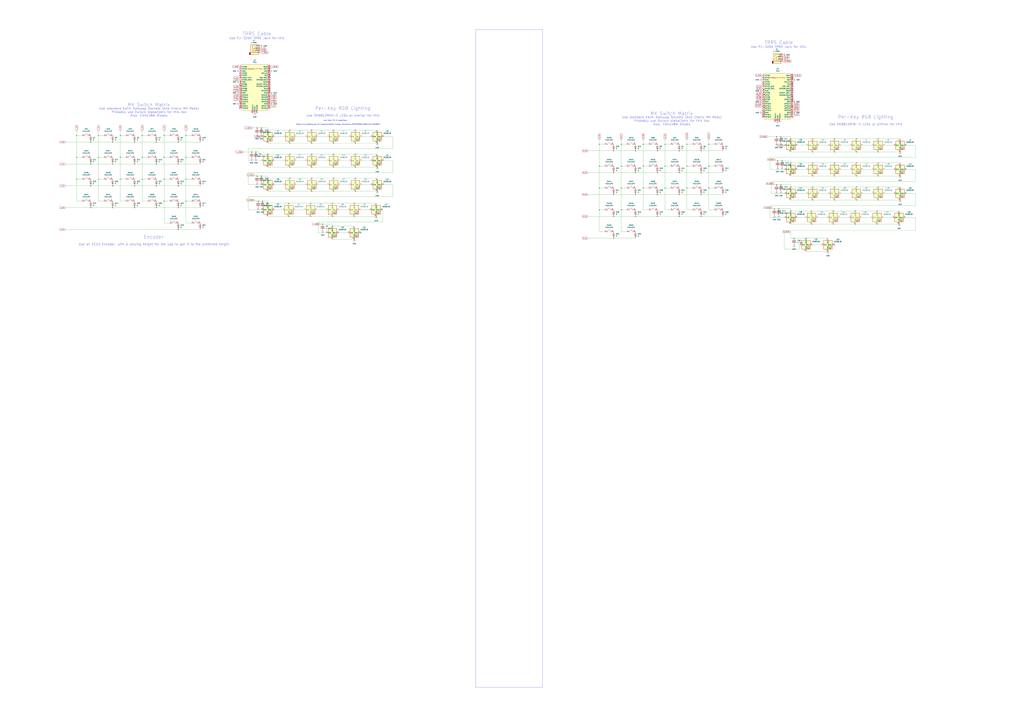
<source format=kicad_sch>
(kicad_sch (version 20231120) (generator "eeschema") (generator_version "8.0")
  (paper "A0")
  (junction (at 165.1 157.48))
  (junction (at 335.28 236.22))
  (junction (at 156.21 241.3))
  (junction (at 303.53 148.59))
  (junction (at 943.61 232.41))
  (junction (at 772.16 167.64))
  (junction (at 387.35 151.13))
  (junction (at 207.01 190.5))
  (junction (at 360.68 251.46))
  (junction (at 311.15 179.07))
  (junction (at 207.01 266.7))
  (junction (at 746.76 167.64))
  (junction (at 961.39 292.1))
  (junction (at 387.35 166.37))
  (junction (at 139.7 157.48))
  (junction (at 88.9 157.48))
  (junction (at 721.36 193.04))
  (junction (at 336.55 222.25))
  (junction (at 797.56 218.44))
  (junction (at 336.55 166.37))
  (junction (at 918.21 161.29))
  (junction (at 311.15 236.22))
  (junction (at 207.01 241.3))
  (junction (at 412.75 194.31))
  (junction (at 994.41 176.53))
  (junction (at 1019.81 232.41))
  (junction (at 412.75 179.07))
  (junction (at 411.48 278.13))
  (junction (at 994.41 161.29))
  (junction (at 215.9 182.88))
  (junction (at 1019.81 204.47))
  (junction (at 943.61 161.29))
  (junction (at 386.08 236.22))
  (junction (at 387.35 207.01))
  (junction (at 412.75 166.37))
  (junction (at 993.14 245.11))
  (junction (at 814.07 200.66))
  (junction (at 387.35 222.25))
  (junction (at 139.7 182.88))
  (junction (at 207.01 165.1))
  (junction (at 797.56 167.64))
  (junction (at 772.16 193.04))
  (junction (at 695.96 243.84))
  (junction (at 438.15 194.31))
  (junction (at 721.36 218.44))
  (junction (at 361.95 166.37))
  (junction (at 335.28 251.46))
  (junction (at 130.81 190.5))
  (junction (at 298.45 148.59))
  (junction (at 788.67 251.46))
  (junction (at 788.67 226.06))
  (junction (at 438.15 222.25))
  (junction (at 935.99 276.86))
  (junction (at 374.65 260.35))
  (junction (at 436.88 251.46))
  (junction (at 1019.81 176.53))
  (junction (at 139.7 208.28))
  (junction (at 942.34 260.35))
  (junction (at 906.78 214.63))
  (junction (at 130.81 165.1))
  (junction (at 156.21 165.1))
  (junction (at 181.61 190.5))
  (junction (at 788.67 200.66))
  (junction (at 361.95 151.13))
  (junction (at 737.87 200.66))
  (junction (at 712.47 200.66))
  (junction (at 918.21 217.17))
  (junction (at 943.61 217.17))
  (junction (at 1019.81 189.23))
  (junction (at 165.1 182.88))
  (junction (at 303.53 204.47))
  (junction (at 967.74 260.35))
  (junction (at 114.3 208.28))
  (junction (at 1045.21 204.47))
  (junction (at 899.16 242.57))
  (junction (at 336.55 179.07))
  (junction (at 922.02 276.86))
  (junction (at 994.41 217.17))
  (junction (at 105.41 190.5))
  (junction (at 712.47 276.86))
  (junction (at 361.95 222.25))
  (junction (at 105.41 165.1))
  (junction (at 1045.21 176.53))
  (junction (at 412.75 207.01))
  (junction (at 737.87 251.46))
  (junction (at 943.61 176.53))
  (junction (at 297.18 176.53))
  (junction (at 438.15 166.37))
  (junction (at 814.07 251.46))
  (junction (at 1018.54 260.35))
  (junction (at 969.01 232.41))
  (junction (at 165.1 208.28))
  (junction (at 969.01 176.53))
  (junction (at 737.87 226.06))
  (junction (at 712.47 226.06))
  (junction (at 901.7 214.63))
  (junction (at 336.55 207.01))
  (junction (at 336.55 151.13))
  (junction (at 311.15 207.01))
  (junction (at 190.5 182.88))
  (junction (at 1019.81 161.29))
  (junction (at 904.24 242.57))
  (junction (at 942.34 245.11))
  (junction (at 181.61 165.1))
  (junction (at 908.05 186.69))
  (junction (at 822.96 218.44))
  (junction (at 814.07 226.06))
  (junction (at 387.35 194.31))
  (junction (at 114.3 182.88))
  (junction (at 181.61 241.3))
  (junction (at 993.14 260.35))
  (junction (at 360.68 236.22))
  (junction (at 412.75 222.25))
  (junction (at 969.01 189.23))
  (junction (at 190.5 157.48))
  (junction (at 763.27 200.66))
  (junction (at 156.21 215.9))
  (junction (at 901.7 158.75))
  (junction (at 412.75 151.13))
  (junction (at 994.41 189.23))
  (junction (at 721.36 243.84))
  (junction (at 943.61 204.47))
  (junction (at 969.01 161.29))
  (junction (at 1019.81 217.17))
  (junction (at 190.5 208.28))
  (junction (at 902.97 186.69))
  (junction (at 387.35 179.07))
  (junction (at 814.07 175.26))
  (junction (at 746.76 218.44))
  (junction (at 361.95 207.01))
  (junction (at 695.96 218.44))
  (junction (at 763.27 175.26))
  (junction (at 1045.21 232.41))
  (junction (at 969.01 217.17))
  (junction (at 114.3 157.48))
  (junction (at 967.74 245.11))
  (junction (at 1043.94 260.35))
  (junction (at 292.1 176.53))
  (junction (at 906.78 158.75))
  (junction (at 386.08 262.89))
  (junction (at 311.15 151.13))
  (junction (at 304.8 233.68))
  (junction (at 721.36 167.64))
  (junction (at 336.55 194.31))
  (junction (at 361.95 179.07))
  (junction (at 215.9 157.48))
  (junction (at 105.41 241.3))
  (junction (at 361.95 194.31))
  (junction (at 712.47 175.26))
  (junction (at 763.27 251.46))
  (junction (at 746.76 193.04))
  (junction (at 918.21 245.11))
  (junction (at 88.9 182.88))
  (junction (at 88.9 208.28))
  (junction (at 411.48 236.22))
  (junction (at 712.47 251.46))
  (junction (at 822.96 193.04))
  (junction (at 763.27 226.06))
  (junction (at 969.01 204.47))
  (junction (at 1018.54 245.11))
  (junction (at 386.08 251.46))
  (junction (at 215.9 233.68))
  (junction (at 772.16 218.44))
  (junction (at 695.96 167.64))
  (junction (at 130.81 215.9))
  (junction (at 181.61 215.9))
  (junction (at 207.01 215.9))
  (junction (at 822.96 167.64))
  (junction (at 695.96 193.04))
  (junction (at 797.56 193.04))
  (junction (at 105.41 215.9))
  (junction (at 918.21 189.23))
  (junction (at 994.41 204.47))
  (junction (at 737.87 175.26))
  (junction (at 156.21 190.5))
  (junction (at 943.61 189.23))
  (junction (at 299.72 233.68))
  (junction (at 788.67 175.26))
  (junction (at 130.81 241.3))
  (junction (at 190.5 233.68))
  (junction (at 298.45 204.47))
  (junction (at 411.48 251.46))
  (junction (at 215.9 208.28))
  (junction (at 994.41 232.41))
  (no_connect (at 298.45 130.81))
  (no_connect (at 313.69 80.01))
  (no_connect (at 313.69 97.79))
  (no_connect (at 278.13 80.01))
  (no_connect (at 313.69 100.33))
  (no_connect (at 313.69 105.41))
  (no_connect (at 278.13 118.11))
  (no_connect (at 313.69 85.09))
  (no_connect (at 278.13 85.09))
  (no_connect (at 278.13 123.19))
  (no_connect (at 313.69 125.73))
  (no_connect (at 920.75 107.95))
  (no_connect (at 278.13 87.63))
  (no_connect (at 900.43 140.97))
  (no_connect (at 920.75 113.03))
  (no_connect (at 278.13 125.73))
  (no_connect (at 920.75 115.57))
  (no_connect (at 920.75 135.89))
  (no_connect (at 885.19 97.79))
  (no_connect (at 920.75 97.79))
  (no_connect (at 313.69 95.25))
  (no_connect (at 920.75 102.87))
  (no_connect (at 920.75 100.33))
  (no_connect (at 905.51 140.97))
  (no_connect (at 885.19 128.27))
  (no_connect (at 885.19 90.17))
  (no_connect (at 920.75 110.49))
  (no_connect (at 885.19 135.89))
  (no_connect (at 313.69 90.17))
  (no_connect (at 419.1 270.51))
  (no_connect (at 885.19 95.25))
  (no_connect (at 920.75 95.25))
  (no_connect (at 313.69 92.71))
  (no_connect (at 313.69 102.87))
  (no_connect (at 969.01 284.48))
  (no_connect (at 885.19 133.35))
  (no_connect (at 278.13 97.79))
  (no_connect (at 920.75 90.17))
  (no_connect (at 313.69 87.63))
  (no_connect (at 293.37 130.81))
  (no_connect (at 920.75 105.41))
  (wire (pts (xy 894.08 238.76) (xy 894.08 252.73)))
  (wire (pts (xy 369.57 186.69) (xy 379.73 186.69)))
  (wire (pts (xy 156.21 190.5) (xy 181.61 190.5)))
  (wire (pts (xy 105.41 241.3) (xy 130.81 241.3)))
  (wire (pts (xy 993.14 245.11) (xy 1018.54 245.11)))
  (wire (pts (xy 455.93 214.63) (xy 455.93 228.6)))
  (wire (pts (xy 292.1 176.53) (xy 283.21 176.53)))
  (wire (pts (xy 105.41 215.9) (xy 130.81 215.9)))
  (wire (pts (xy 894.08 252.73) (xy 910.59 252.73)))
  (wire (pts (xy 1019.81 232.41) (xy 1045.21 232.41)))
  (wire (pts (xy 311.15 179.07) (xy 336.55 179.07)))
  (wire (pts (xy 788.67 200.66) (xy 814.07 200.66)))
  (wire (pts (xy 300.99 176.53) (xy 300.99 179.07)))
  (wire (pts (xy 1062.99 252.73) (xy 1051.56 252.73)))
  (wire (pts (xy 976.63 196.85) (xy 986.79 196.85)))
  (wire (pts (xy 904.24 242.57) (xy 918.21 242.57)))
  (wire (pts (xy 311.15 166.37) (xy 336.55 166.37)))
  (wire (pts (xy 181.61 215.9) (xy 207.01 215.9)))
  (wire (pts (xy 171.45 157.48) (xy 165.1 157.48)))
  (wire (pts (xy 943.61 217.17) (xy 969.01 217.17)))
  (wire (pts (xy 311.15 236.22) (xy 335.28 236.22)))
  (wire (pts (xy 335.28 236.22) (xy 360.68 236.22)))
  (wire (pts (xy 298.45 148.59) (xy 303.53 148.59)))
  (wire (pts (xy 222.25 157.48) (xy 215.9 157.48)))
  (wire (pts (xy 702.31 167.64) (xy 695.96 167.64)))
  (wire (pts (xy 393.7 270.51) (xy 403.86 270.51)))
  (wire (pts (xy 763.27 175.26) (xy 788.67 175.26)))
  (wire (pts (xy 318.77 158.75) (xy 328.93 158.75)))
  (wire (pts (xy 215.9 259.08) (xy 222.25 259.08)))
  (wire (pts (xy 994.41 232.41) (xy 1019.81 232.41)))
  (wire (pts (xy 130.81 241.3) (xy 156.21 241.3)))
  (wire (pts (xy 899.16 242.57) (xy 904.24 242.57)))
  (wire (pts (xy 190.5 233.68) (xy 190.5 259.08)))
  (wire (pts (xy 797.56 218.44) (xy 797.56 243.84)))
  (wire (pts (xy 925.83 252.73) (xy 934.72 252.73)))
  (wire (pts (xy 969.01 204.47) (xy 994.41 204.47)))
  (wire (pts (xy 215.9 233.68) (xy 222.25 233.68)))
  (wire (pts (xy 336.55 179.07) (xy 361.95 179.07)))
  (wire (pts (xy 900.43 186.69) (xy 902.97 186.69)))
  (wire (pts (xy 222.25 182.88) (xy 215.9 182.88)))
  (wire (pts (xy 753.11 218.44) (xy 746.76 218.44)))
  (wire (pts (xy 372.11 260.35) (xy 374.65 260.35)))
  (wire (pts (xy 925.83 168.91) (xy 935.99 168.91)))
  (wire (pts (xy 721.36 243.84) (xy 727.71 243.84)))
  (wire (pts (xy 412.75 166.37) (xy 438.15 166.37)))
  (wire (pts (xy 1052.83 196.85) (xy 1062.99 196.85)))
  (wire (pts (xy 298.45 204.47) (xy 303.53 204.47)))
  (wire (pts (xy 1027.43 168.91) (xy 1037.59 168.91)))
  (wire (pts (xy 181.61 241.3) (xy 207.01 241.3)))
  (wire (pts (xy 1027.43 224.79) (xy 1037.59 224.79)))
  (wire (pts (xy 165.1 233.68) (xy 171.45 233.68)))
  (wire (pts (xy 130.81 190.5) (xy 156.21 190.5)))
  (wire (pts (xy 1019.81 176.53) (xy 1045.21 176.53)))
  (wire (pts (xy 727.71 167.64) (xy 721.36 167.64)))
  (wire (pts (xy 683.26 251.46) (xy 712.47 251.46)))
  (wire (pts (xy 114.3 182.88) (xy 114.3 208.28)))
  (wire (pts (xy 288.29 243.84) (xy 303.53 243.84)))
  (wire (pts (xy 342.9 243.84) (xy 353.06 243.84)))
  (wire (pts (xy 1002.03 168.91) (xy 1012.19 168.91)))
  (wire (pts (xy 412.75 179.07) (xy 438.15 179.07)))
  (wire (pts (xy 76.2 241.3) (xy 105.41 241.3)))
  (wire (pts (xy 695.96 269.24) (xy 702.31 269.24)))
  (wire (pts (xy 445.77 186.69) (xy 455.93 186.69)))
  (wire (pts (xy 829.31 167.64) (xy 822.96 167.64)))
  (wire (pts (xy 994.41 189.23) (xy 1019.81 189.23)))
  (wire (pts (xy 994.41 217.17) (xy 1019.81 217.17)))
  (wire (pts (xy 76.2 215.9) (xy 105.41 215.9)))
  (wire (pts (xy 922.02 276.86) (xy 935.99 276.86)))
  (wire (pts (xy 683.26 226.06) (xy 712.47 226.06)))
  (wire (pts (xy 969.01 161.29) (xy 994.41 161.29)))
  (wire (pts (xy 207.01 190.5) (xy 232.41 190.5)))
  (wire (pts (xy 763.27 251.46) (xy 788.67 251.46)))
  (wire (pts (xy 894.08 182.88) (xy 894.08 196.85)))
  (wire (pts (xy 190.5 182.88) (xy 190.5 208.28)))
  (wire (pts (xy 311.15 233.68) (xy 311.15 236.22)))
  (wire (pts (xy 181.61 165.1) (xy 207.01 165.1)))
  (wire (pts (xy 318.77 243.84) (xy 327.66 243.84)))
  (wire (pts (xy 393.7 243.84) (xy 403.86 243.84)))
  (wire (pts (xy 386.08 236.22) (xy 411.48 236.22)))
  (wire (pts (xy 935.99 292.1) (xy 961.39 292.1)))
  (wire (pts (xy 918.21 269.24) (xy 918.21 276.86)))
  (wire (pts (xy 993.14 260.35) (xy 1018.54 260.35)))
  (wire (pts (xy 721.36 162.56) (xy 721.36 167.64)))
  (wire (pts (xy 95.25 182.88) (xy 88.9 182.88)))
  (wire (pts (xy 181.61 190.5) (xy 207.01 190.5)))
  (wire (pts (xy 925.83 196.85) (xy 935.99 196.85)))
  (wire (pts (xy 420.37 214.63) (xy 430.53 214.63)))
  (wire (pts (xy 88.9 208.28) (xy 88.9 233.68)))
  (wire (pts (xy 386.08 278.13) (xy 411.48 278.13)))
  (wire (pts (xy 311.15 194.31) (xy 336.55 194.31)))
  (wire (pts (xy 288.29 186.69) (xy 303.53 186.69)))
  (wire (pts (xy 156.21 165.1) (xy 181.61 165.1)))
  (wire (pts (xy 803.91 218.44) (xy 797.56 218.44)))
  (wire (pts (xy 778.51 167.64) (xy 772.16 167.64)))
  (wire (pts (xy 695.96 167.64) (xy 695.96 193.04)))
  (wire (pts (xy 910.59 267.97) (xy 910.59 289.56)))
  (wire (pts (xy 712.47 200.66) (xy 737.87 200.66)))
  (wire (pts (xy 146.05 182.88) (xy 139.7 182.88)))
  (wire (pts (xy 386.08 251.46) (xy 411.48 251.46)))
  (wire (pts (xy 746.76 193.04) (xy 746.76 218.44)))
  (wire (pts (xy 829.31 218.44) (xy 822.96 218.44)))
  (wire (pts (xy 222.25 208.28) (xy 215.9 208.28)))
  (wire (pts (xy 215.9 233.68) (xy 215.9 259.08)))
  (wire (pts (xy 190.5 208.28) (xy 190.5 233.68)))
  (wire (pts (xy 814.07 175.26) (xy 839.47 175.26)))
  (wire (pts (xy 753.11 167.64) (xy 746.76 167.64)))
  (wire (pts (xy 900.43 185.42) (xy 900.43 186.69)))
  (wire (pts (xy 727.71 193.04) (xy 721.36 193.04)))
  (wire (pts (xy 695.96 193.04) (xy 695.96 218.44)))
  (wire (pts (xy 928.37 289.56) (xy 928.37 284.48)))
  (wire (pts (xy 918.21 186.69) (xy 918.21 189.23)))
  (wire (pts (xy 361.95 207.01) (xy 387.35 207.01)))
  (wire (pts (xy 814.07 251.46) (xy 839.47 251.46)))
  (wire (pts (xy 702.31 218.44) (xy 695.96 218.44)))
  (wire (pts (xy 772.16 243.84) (xy 778.51 243.84)))
  (wire (pts (xy 336.55 194.31) (xy 361.95 194.31)))
  (wire (pts (xy 896.62 242.57) (xy 899.16 242.57)))
  (wire (pts (xy 288.29 214.63) (xy 288.29 200.66)))
  (wire (pts (xy 361.95 166.37) (xy 387.35 166.37)))
  (wire (pts (xy 943.61 176.53) (xy 969.01 176.53)))
  (wire (pts (xy 772.16 162.56) (xy 772.16 167.64)))
  (wire (pts (xy 88.9 182.88) (xy 88.9 208.28)))
  (wire (pts (xy 1018.54 260.35) (xy 1043.94 260.35)))
  (wire (pts (xy 1052.83 224.79) (xy 1062.99 224.79)))
  (wire (pts (xy 901.7 158.75) (xy 906.78 158.75)))
  (wire (pts (xy 969.01 217.17) (xy 994.41 217.17)))
  (wire (pts (xy 894.08 238.76) (xy 1062.99 238.76)))
  (wire (pts (xy 215.9 157.48) (xy 215.9 182.88)))
  (wire (pts (xy 88.9 233.68) (xy 95.25 233.68)))
  (wire (pts (xy 292.1 176.53) (xy 297.18 176.53)))
  (wire (pts (xy 788.67 251.46) (xy 814.07 251.46)))
  (wire (pts (xy 165.1 157.48) (xy 165.1 182.88)))
  (wire (pts (xy 951.23 196.85) (xy 961.39 196.85)))
  (wire (pts (xy 444.5 257.81) (xy 369.57 257.81)))
  (wire (pts (xy 295.91 204.47) (xy 298.45 204.47)))
  (wire (pts (xy 387.35 222.25) (xy 412.75 222.25)))
  (wire (pts (xy 311.15 204.47) (xy 311.15 207.01)))
  (wire (pts (xy 803.91 167.64) (xy 797.56 167.64)))
  (wire (pts (xy 374.65 260.35) (xy 386.08 260.35)))
  (wire (pts (xy 368.3 243.84) (xy 378.46 243.84)))
  (wire (pts (xy 1062.99 252.73) (xy 1062.99 267.97)))
  (wire (pts (xy 139.7 182.88) (xy 139.7 208.28)))
  (wire (pts (xy 130.81 165.1) (xy 156.21 165.1)))
  (wire (pts (xy 994.41 204.47) (xy 1019.81 204.47)))
  (wire (pts (xy 344.17 186.69) (xy 354.33 186.69)))
  (wire (pts (xy 994.41 176.53) (xy 1019.81 176.53)))
  (wire (pts (xy 772.16 218.44) (xy 772.16 243.84)))
  (wire (pts (xy 311.15 151.13) (xy 336.55 151.13)))
  (wire (pts (xy 207.01 266.7) (xy 232.41 266.7)))
  (wire (pts (xy 943.61 204.47) (xy 969.01 204.47)))
  (wire (pts (xy 949.96 252.73) (xy 960.12 252.73)))
  (wire (pts (xy 361.95 151.13) (xy 387.35 151.13)))
  (wire (pts (xy 896.62 241.3) (xy 896.62 242.57)))
  (wire (pts (xy 139.7 233.68) (xy 146.05 233.68)))
  (wire (pts (xy 303.53 148.59) (xy 311.15 148.59)))
  (wire (pts (xy 190.5 259.08) (xy 196.85 259.08)))
  (wire (pts (xy 976.63 224.79) (xy 986.79 224.79)))
  (wire (pts (xy 1026.16 252.73) (xy 1036.32 252.73)))
  (wire (pts (xy 737.87 200.66) (xy 763.27 200.66)))
  (wire (pts (xy 156.21 241.3) (xy 181.61 241.3)))
  (wire (pts (xy 906.78 214.63) (xy 918.21 214.63)))
  (wire (pts (xy 918.21 232.41) (xy 943.61 232.41)))
  (wire (pts (xy 918.21 217.17) (xy 943.61 217.17)))
  (wire (pts (xy 311.15 148.59) (xy 311.15 151.13)))
  (wire (pts (xy 918.21 260.35) (xy 942.34 260.35)))
  (wire (pts (xy 918.21 245.11) (xy 942.34 245.11)))
  (wire (pts (xy 360.68 251.46) (xy 386.08 251.46)))
  (wire (pts (xy 412.75 207.01) (xy 438.15 207.01)))
  (wire (pts (xy 772.16 167.64) (xy 772.16 193.04)))
  (wire (pts (xy 444.5 243.84) (xy 444.5 257.81)))
  (wire (pts (xy 683.26 200.66) (xy 712.47 200.66)))
  (wire (pts (xy 822.96 243.84) (xy 829.31 243.84)))
  (wire (pts (xy 1019.81 189.23) (xy 1045.21 189.23)))
  (wire (pts (xy 420.37 186.69) (xy 430.53 186.69)))
  (wire (pts (xy 721.36 269.24) (xy 721.36 243.84)))
  (wire (pts (xy 288.29 172.72) (xy 288.29 186.69)))
  (wire (pts (xy 727.71 218.44) (xy 721.36 218.44)))
  (wire (pts (xy 969.01 232.41) (xy 994.41 232.41)))
  (wire (pts (xy 763.27 200.66) (xy 788.67 200.66)))
  (wire (pts (xy 918.21 189.23) (xy 943.61 189.23)))
  (wire (pts (xy 891.54 158.75) (xy 901.7 158.75)))
  (wire (pts (xy 778.51 218.44) (xy 772.16 218.44)))
  (wire (pts (xy 387.35 151.13) (xy 412.75 151.13)))
  (wire (pts (xy 737.87 226.06) (xy 763.27 226.06)))
  (wire (pts (xy 165.1 208.28) (xy 165.1 233.68)))
  (wire (pts (xy 702.31 193.04) (xy 695.96 193.04)))
  (wire (pts (xy 943.61 232.41) (xy 969.01 232.41)))
  (wire (pts (xy 721.36 167.64) (xy 721.36 193.04)))
  (wire (pts (xy 369.57 270.51) (xy 378.46 270.51)))
  (wire (pts (xy 318.77 186.69) (xy 328.93 186.69)))
  (wire (pts (xy 76.2 266.7) (xy 207.01 266.7)))
  (wire (pts (xy 737.87 251.46) (xy 763.27 251.46)))
  (wire (pts (xy 114.3 208.28) (xy 114.3 233.68)))
  (wire (pts (xy 335.28 251.46) (xy 360.68 251.46)))
  (wire (pts (xy 300.99 179.07) (xy 311.15 179.07)))
  (wire (pts (xy 918.21 176.53) (xy 943.61 176.53)))
  (wire (pts (xy 146.05 208.28) (xy 139.7 208.28)))
  (wire (pts (xy 207.01 215.9) (xy 232.41 215.9)))
  (wire (pts (xy 943.61 284.48) (xy 953.77 284.48)))
  (wire (pts (xy 88.9 152.4) (xy 88.9 157.48)))
  (wire (pts (xy 95.25 208.28) (xy 88.9 208.28)))
  (wire (pts (xy 994.41 161.29) (xy 1019.81 161.29)))
  (wire (pts (xy 899.16 213.36) (xy 899.16 214.63)))
  (wire (pts (xy 311.15 207.01) (xy 336.55 207.01)))
  (wire (pts (xy 139.7 208.28) (xy 139.7 233.68)))
  (wire (pts (xy 412.75 194.31) (xy 438.15 194.31)))
  (wire (pts (xy 336.55 207.01) (xy 361.95 207.01)))
  (wire (pts (xy 822.96 162.56) (xy 822.96 167.64)))
  (wire (pts (xy 1062.99 224.79) (xy 1062.99 238.76)))
  (wire (pts (xy 1002.03 196.85) (xy 1012.19 196.85)))
  (wire (pts (xy 1019.81 204.47) (xy 1045.21 204.47)))
  (wire (pts (xy 788.67 226.06) (xy 814.07 226.06)))
  (wire (pts (xy 712.47 251.46) (xy 737.87 251.46)))
  (wire (pts (xy 196.85 182.88) (xy 190.5 182.88)))
  (wire (pts (xy 171.45 208.28) (xy 165.1 208.28)))
  (wire (pts (xy 763.27 226.06) (xy 788.67 226.06)))
  (wire (pts (xy 105.41 165.1) (xy 130.81 165.1)))
  (wire (pts (xy 943.61 189.23) (xy 969.01 189.23)))
  (wire (pts (xy 695.96 162.56) (xy 695.96 167.64)))
  (wire (pts (xy 753.11 193.04) (xy 746.76 193.04)))
  (wire (pts (xy 114.3 157.48) (xy 114.3 182.88)))
  (wire (pts (xy 683.26 276.86) (xy 712.47 276.86)))
  (wire (pts (xy 156.21 215.9) (xy 181.61 215.9)))
  (wire (pts (xy 139.7 157.48) (xy 139.7 182.88)))
  (wire (pts (xy 829.31 193.04) (xy 822.96 193.04)))
  (wire (pts (xy 369.57 257.81) (xy 369.57 270.51)))
  (wire (pts (xy 918.21 276.86) (xy 922.02 276.86)))
  (wire (pts (xy 746.76 167.64) (xy 746.76 193.04)))
  (wire (pts (xy 935.99 276.86) (xy 961.39 276.86)))
  (wire (pts (xy 215.9 208.28) (xy 215.9 233.68)))
  (wire (pts (xy 899.16 214.63) (xy 901.7 214.63)))
  (wire (pts (xy 951.23 168.91) (xy 961.39 168.91)))
  (wire (pts (xy 387.35 207.01) (xy 412.75 207.01)))
  (wire (pts (xy 797.56 193.04) (xy 797.56 218.44)))
  (wire (pts (xy 360.68 236.22) (xy 386.08 236.22)))
  (wire (pts (xy 361.95 222.25) (xy 387.35 222.25)))
  (wire (pts (xy 76.2 165.1) (xy 105.41 165.1)))
  (wire (pts (xy 288.29 228.6) (xy 455.93 228.6)))
  (wire (pts (xy 894.08 182.88) (xy 1062.99 182.88)))
  (wire (pts (xy 727.71 269.24) (xy 721.36 269.24)))
  (wire (pts (xy 1000.76 252.73) (xy 1010.92 252.73)))
  (wire (pts (xy 120.65 157.48) (xy 114.3 157.48)))
  (wire (pts (xy 942.34 260.35) (xy 967.74 260.35)))
  (wire (pts (xy 1019.81 217.17) (xy 1045.21 217.17)))
  (wire (pts (xy 336.55 151.13) (xy 361.95 151.13)))
  (wire (pts (xy 1062.99 196.85) (xy 1062.99 210.82)))
  (wire (pts (xy 976.63 168.91) (xy 986.79 168.91)))
  (wire (pts (xy 721.36 193.04) (xy 721.36 218.44)))
  (wire (pts (xy 196.85 208.28) (xy 190.5 208.28)))
  (wire (pts (xy 737.87 175.26) (xy 763.27 175.26)))
  (wire (pts (xy 918.21 158.75) (xy 918.21 161.29)))
  (wire (pts (xy 120.65 208.28) (xy 114.3 208.28)))
  (wire (pts (xy 171.45 182.88) (xy 165.1 182.88)))
  (wire (pts (xy 746.76 243.84) (xy 753.11 243.84)))
  (wire (pts (xy 394.97 214.63) (xy 405.13 214.63)))
  (wire (pts (xy 318.77 214.63) (xy 328.93 214.63)))
  (wire (pts (xy 918.21 204.47) (xy 943.61 204.47)))
  (wire (pts (xy 386.08 262.89) (xy 411.48 262.89)))
  (wire (pts (xy 455.93 186.69) (xy 455.93 200.66)))
  (wire (pts (xy 772.16 193.04) (xy 772.16 218.44)))
  (wire (pts (xy 746.76 218.44) (xy 746.76 243.84)))
  (wire (pts (xy 196.85 157.48) (xy 190.5 157.48)))
  (wire (pts (xy 721.36 243.84) (xy 721.36 218.44)))
  (wire (pts (xy 895.35 224.79) (xy 895.35 210.82)))
  (wire (pts (xy 951.23 224.79) (xy 961.39 224.79)))
  (wire (pts (xy 76.2 190.5) (xy 105.41 190.5)))
  (wire (pts (xy 1062.99 168.91) (xy 1062.99 182.88)))
  (wire (pts (xy 746.76 162.56) (xy 746.76 167.64)))
  (wire (pts (xy 712.47 175.26) (xy 737.87 175.26)))
  (wire (pts (xy 822.96 218.44) (xy 822.96 243.84)))
  (wire (pts (xy 344.17 158.75) (xy 354.33 158.75)))
  (wire (pts (xy 311.15 251.46) (xy 335.28 251.46)))
  (wire (pts (xy 1018.54 245.11) (xy 1043.94 245.11)))
  (wire (pts (xy 190.5 152.4) (xy 190.5 157.48)))
  (wire (pts (xy 361.95 194.31) (xy 387.35 194.31)))
  (wire (pts (xy 822.96 167.64) (xy 822.96 193.04)))
  (wire (pts (xy 803.91 193.04) (xy 797.56 193.04)))
  (wire (pts (xy 412.75 222.25) (xy 438.15 222.25)))
  (wire (pts (xy 215.9 182.88) (xy 215.9 208.28)))
  (wire (pts (xy 910.59 289.56) (xy 928.37 289.56)))
  (wire (pts (xy 969.01 189.23) (xy 994.41 189.23)))
  (wire (pts (xy 412.75 151.13) (xy 438.15 151.13)))
  (wire (pts (xy 207.01 241.3) (xy 232.41 241.3)))
  (wire (pts (xy 288.29 228.6) (xy 288.29 243.84)))
  (wire (pts (xy 967.74 260.35) (xy 993.14 260.35)))
  (wire (pts (xy 445.77 158.75) (xy 455.93 158.75)))
  (wire (pts (xy 369.57 214.63) (xy 379.73 214.63)))
  (wire (pts (xy 295.91 232.41) (xy 295.91 233.68)))
  (wire (pts (xy 387.35 194.31) (xy 412.75 194.31)))
  (wire (pts (xy 88.9 157.48) (xy 88.9 182.88)))
  (wire (pts (xy 814.07 226.06) (xy 839.47 226.06)))
  (wire (pts (xy 369.57 158.75) (xy 379.73 158.75)))
  (wire (pts (xy 288.29 214.63) (xy 303.53 214.63)))
  (wire (pts (xy 105.41 190.5) (xy 130.81 190.5)))
  (wire (pts (xy 445.77 214.63) (xy 455.93 214.63)))
  (wire (pts (xy 215.9 152.4) (xy 215.9 157.48)))
  (wire (pts (xy 797.56 167.64) (xy 797.56 193.04)))
  (wire (pts (xy 344.17 214.63) (xy 354.33 214.63)))
  (wire (pts (xy 299.72 233.68) (xy 304.8 233.68)))
  (wire (pts (xy 918.21 242.57) (xy 918.21 245.11)))
  (wire (pts (xy 146.05 157.48) (xy 139.7 157.48)))
  (wire (pts (xy 969.01 176.53) (xy 994.41 176.53)))
  (wire (pts (xy 139.7 152.4) (xy 139.7 157.48)))
  (wire (pts (xy 295.91 203.2) (xy 295.91 204.47)))
  (wire (pts (xy 778.51 193.04) (xy 772.16 193.04)))
  (wire (pts (xy 712.47 226.06) (xy 737.87 226.06)))
  (wire (pts (xy 822.96 193.04) (xy 822.96 218.44)))
  (wire (pts (xy 386.08 260.35) (xy 386.08 262.89)))
  (wire (pts (xy 411.48 236.22) (xy 436.88 236.22)))
  (wire (pts (xy 336.55 166.37) (xy 361.95 166.37)))
  (wire (pts (xy 311.15 222.25) (xy 336.55 222.25)))
  (wire (pts (xy 967.74 245.11) (xy 993.14 245.11)))
  (wire (pts (xy 901.7 214.63) (xy 906.78 214.63)))
  (wire (pts (xy 207.01 165.1) (xy 232.41 165.1)))
  (wire (pts (xy 1019.81 161.29) (xy 1045.21 161.29)))
  (wire (pts (xy 975.36 252.73) (xy 985.52 252.73)))
  (wire (pts (xy 797.56 243.84) (xy 803.91 243.84)))
  (wire (pts (xy 165.1 182.88) (xy 165.1 208.28)))
  (wire (pts (xy 918.21 161.29) (xy 943.61 161.29)))
  (wire (pts (xy 114.3 152.4) (xy 114.3 157.48)))
  (wire (pts (xy 387.35 179.07) (xy 412.75 179.07)))
  (wire (pts (xy 695.96 243.84) (xy 702.31 243.84)))
  (wire (pts (xy 1002.03 224.79) (xy 1012.19 224.79)))
  (wire (pts (xy 943.61 161.29) (xy 969.01 161.29)))
  (wire (pts (xy 130.81 215.9) (xy 156.21 215.9)))
  (wire (pts (xy 1062.99 267.97) (xy 910.59 267.97)))
  (wire (pts (xy 304.8 233.68) (xy 311.15 233.68)))
  (wire (pts (xy 1027.43 196.85) (xy 1037.59 196.85)))
  (wire (pts (xy 295.91 233.68) (xy 299.72 233.68)))
  (wire (pts (xy 394.97 186.69) (xy 405.13 186.69)))
  (wire (pts (xy 394.97 158.75) (xy 405.13 158.75)))
  (wire (pts (xy 925.83 224.79) (xy 935.99 224.79)))
  (wire (pts (xy 288.29 200.66) (xy 455.93 200.66)))
  (wire (pts (xy 420.37 158.75) (xy 430.53 158.75)))
  (wire (pts (xy 387.35 166.37) (xy 412.75 166.37)))
  (wire (pts (xy 303.53 204.47) (xy 311.15 204.47)))
  (wire (pts (xy 1052.83 168.91) (xy 1062.99 168.91)))
  (wire (pts (xy 895.35 210.82) (xy 1062.99 210.82)))
  (wire (pts (xy 114.3 233.68) (xy 120.65 233.68)))
  (wire (pts (xy 95.25 157.48) (xy 88.9 157.48)))
  (wire (pts (xy 297.18 176.53) (xy 300.99 176.53)))
  (wire (pts (xy 120.65 182.88) (xy 114.3 182.88)))
  (wire (pts (xy 336.55 222.25) (xy 361.95 222.25)))
  (wire (pts (xy 695.96 269.24) (xy 695.96 243.84)))
  (wire (pts (xy 908.05 186.69) (xy 918.21 186.69)))
  (wire (pts (xy 288.29 172.72) (xy 455.93 172.72)))
  (wire (pts (xy 165.1 152.4) (xy 165.1 157.48)))
  (wire (pts (xy 788.67 175.26) (xy 814.07 175.26)))
  (wire (pts (xy 894.08 196.85) (xy 910.59 196.85)))
  (wire (pts (xy 895.35 224.79) (xy 910.59 224.79)))
  (wire (pts (xy 411.48 251.46) (xy 436.88 251.46)))
  (wire (pts (xy 683.26 175.26) (xy 712.47 175.26)))
  (wire (pts (xy 361.95 179.07) (xy 387.35 179.07)))
  (wire (pts (xy 902.97 186.69) (xy 908.05 186.69)))
  (wire (pts (xy 918.21 214.63) (xy 918.21 217.17)))
  (wire (pts (xy 190.5 157.48) (xy 190.5 182.88)))
  (wire (pts (xy 419.1 243.84) (xy 429.26 243.84)))
  (wire (pts (xy 797.56 162.56) (xy 797.56 167.64)))
  (wire (pts (xy 814.07 200.66) (xy 839.47 200.66)))
  (wire (pts (xy 293.37 148.59) (xy 298.45 148.59)))
  (wire (pts (xy 455.93 158.75) (xy 455.93 172.72)))
  (wire (pts (xy 906.78 158.75) (xy 918.21 158.75)))
  (wire (pts (xy 190.5 233.68) (xy 196.85 233.68)))
  (wire (pts (xy 695.96 218.44) (xy 695.96 243.84)))
  (wire (pts (xy 942.34 245.11) (xy 967.74 245.11)))
  (wire (pts (xy 712.47 276.86) (xy 737.87 276.86)))
  (rectangle (start 552.45 34.29) (end 629.92 798.83))
  (text "TRRS Cable" (at 904.24 49.53 0) (effects (font (size 3.81 3.81))))
  (text "Encoder" (at 178.308 275.59 0) (effects (font (size 3.81 3.81))))
  (text "MX Switch Matrix" (at 779.78 132.08 0) (effects (font (size 3.81 3.81))))
  (text "Per-Key RGB Lighting" (at 1005.078 136.144 0) (effects (font (size 3.81 3.81))))
  (text "MX Switch Matrix" (at 172.72 121.92 0) (effects (font (size 3.81 3.81))))
  (text "Use PJ-320A TRRS Jack for this" (at 298.196 44.45 0) (effects (font (size 2.54 2.54))))
  (text "Use an EC12 Encoder, with a varying height for the cap to get it to the preferred height" (at 178.562 283.972 0) (effects (font (size 2.54 2.54))))
  (text "Use PJ-320A TRRS Jack for this" (at 903.732 54.61 0) (effects (font (size 2.54 2.54))))
  (text "TRRS Cable" (at 298.196 39.37 0) (effects (font (size 3.81 3.81))))
  (text "Use SK6812MINI-E LEDs or similar for this" (at 1005.332 144.526 0) (effects (font (size 2.54 2.54))))
  (text "Per-Key RGB Lighting" (at 398.018 125.984 0) (effects (font (size 3.81 3.81))))
  (text "Use SK6812MINI-E LEDs or similar for this" (at 398.272 134.366 0) (effects (font (size 2.54 2.54))))
  (text "use these 10 uf capacitors:" (at 389.382 139.954 0) (effects (font (size 1.27 1.27))))
  (text "Use standard Kailh Hotswap Sockets (And Cherry MX Reds)\nProbably use Durock stabalizers for this too\nAlso, 1N4148W Diodes" (at 780.034 140.462 0) (effects (font (size 2.54 2.54))))
  (text "https://www.digikey.com/en/products/detail/murata-electronics/GRM21BR61C106KE15K/2546903" (at 392.43 144.526 0) (effects (font (size 1.27 1.27))))
  (text "Use standard Kailh Hotswap Sockets (And Cherry MX Reds)\nProbably use Durock stabalizers for this too\nAlso, 1N4148W Diodes" (at 172.974 130.302 0) (effects (font (size 2.54 2.54))))
  (global_label "R_R4" (shape input) (at 920.75 133.35 0) (property "Intersheetrefs" "${INTERSHEET_REFS}" (effects (hide yes))))
  (global_label "R_C9" (shape input) (at 885.19 115.57 180) (property "Intersheetrefs" "${INTERSHEET_REFS}" (effects (hide yes))))
  (global_label "R_TX" (shape input) (at 885.19 100.33 180) (property "Intersheetrefs" "${INTERSHEET_REFS}" (effects (hide yes))))
  (global_label "R_VBUS" (shape input) (at 891.54 158.75 180) (property "Intersheetrefs" "${INTERSHEET_REFS}" (effects (hide yes))))
  (global_label "L_R4" (shape input) (at 313.69 123.19 0) (property "Intersheetrefs" "${INTERSHEET_REFS}" (effects (hide yes))))
  (global_label "L_TX" (shape input) (at 302.26 55.88 0) (property "Intersheetrefs" "${INTERSHEET_REFS}" (effects (hide yes))))
  (global_label "L_C4" (shape input) (at 190.5 152.4 90) (property "Intersheetrefs" "${INTERSHEET_REFS}" (effects (hide yes))))
  (global_label "L_VBUS" (shape input) (at 295.91 203.2 180) (property "Intersheetrefs" "${INTERSHEET_REFS}" (effects (hide yes))))
  (global_label "L_C4" (shape input) (at 278.13 113.03 180) (property "Intersheetrefs" "${INTERSHEET_REFS}" (effects (hide yes))))
  (global_label "L_R2" (shape input) (at 76.2 215.9 180) (property "Intersheetrefs" "${INTERSHEET_REFS}" (effects (hide yes))))
  (global_label "L_R1" (shape input) (at 76.2 190.5 180) (property "Intersheetrefs" "${INTERSHEET_REFS}" (effects (hide yes))))
  (global_label "R_VBUS" (shape input) (at 896.62 241.3 180) (property "Intersheetrefs" "${INTERSHEET_REFS}" (effects (hide yes))))
  (global_label "L_R4" (shape input) (at 76.2 266.7 180) (property "Intersheetrefs" "${INTERSHEET_REFS}" (effects (hide yes))))
  (global_label "R_VBUS" (shape input) (at 900.43 185.42 180) (property "Intersheetrefs" "${INTERSHEET_REFS}" (effects (hide yes))))
  (global_label "L_C0" (shape input) (at 88.9 152.4 90) (property "Intersheetrefs" "${INTERSHEET_REFS}" (effects (hide yes))))
  (global_label "L_RGB" (shape input) (at 303.53 158.75 180) (property "Intersheetrefs" "${INTERSHEET_REFS}" (effects (hide yes))))
  (global_label "R_C9" (shape input) (at 772.16 162.56 90) (property "Intersheetrefs" "${INTERSHEET_REFS}" (effects (hide yes))))
  (global_label "L_VBUS" (shape input) (at 293.37 148.59 180) (property "Intersheetrefs" "${INTERSHEET_REFS}" (effects (hide yes))))
  (global_label "L_RX" (shape input) (at 302.26 58.42 0) (property "Intersheetrefs" "${INTERSHEET_REFS}" (effects (hide yes))))
  (global_label "L_C2" (shape input) (at 278.13 105.41 180) (property "Intersheetrefs" "${INTERSHEET_REFS}" (effects (hide yes))))
  (global_label "R_R1" (shape input) (at 920.75 123.19 0) (property "Intersheetrefs" "${INTERSHEET_REFS}" (effects (hide yes))))
  (global_label "R_C10" (shape input) (at 797.56 162.56 90) (property "Intersheetrefs" "${INTERSHEET_REFS}" (effects (hide yes))))
  (global_label "L_C0" (shape input) (at 278.13 100.33 180) (property "Intersheetrefs" "${INTERSHEET_REFS}" (effects (hide yes))))
  (global_label "L_VBUS" (shape input) (at 283.21 176.53 180) (property "Intersheetrefs" "${INTERSHEET_REFS}" (effects (hide yes))))
  (global_label "L_R0" (shape input) (at 313.69 110.49 0) (property "Intersheetrefs" "${INTERSHEET_REFS}" (effects (hide yes))))
  (global_label "L_R1" (shape input) (at 313.69 113.03 0) (property "Intersheetrefs" "${INTERSHEET_REFS}" (effects (hide yes))))
  (global_label "L_VBUS" (shape input) (at 372.11 260.35 180) (property "Intersheetrefs" "${INTERSHEET_REFS}" (effects (hide yes))))
  (global_label "L_R2" (shape input) (at 313.69 115.57 0) (property "Intersheetrefs" "${INTERSHEET_REFS}" (effects (hide yes))))
  (global_label "R_R0" (shape input) (at 920.75 120.65 0) (property "Intersheetrefs" "${INTERSHEET_REFS}" (effects (hide yes))))
  (global_label "R_VBUS" (shape input) (at 909.32 71.12 0) (property "Intersheetrefs" "${INTERSHEET_REFS}" (effects (hide yes))))
  (global_label "L_R0" (shape input) (at 76.2 165.1 180) (property "Intersheetrefs" "${INTERSHEET_REFS}" (effects (hide yes))))
  (global_label "L_C1" (shape input) (at 114.3 152.4 90) (property "Intersheetrefs" "${INTERSHEET_REFS}" (effects (hide yes))))
  (global_label "R_C10" (shape input) (at 885.19 120.65 180) (property "Intersheetrefs" "${INTERSHEET_REFS}" (effects (hide yes))))
  (global_label "R_C11" (shape input) (at 822.96 162.56 90) (property "Intersheetrefs" "${INTERSHEET_REFS}" (effects (hide yes))))
  (global_label "R_C6" (shape input) (at 695.96 162.56 90) (property "Intersheetrefs" "${INTERSHEET_REFS}" (effects (hide yes))))
  (global_label "R_RX" (shape input) (at 909.32 66.04 0) (property "Intersheetrefs" "${INTERSHEET_REFS}" (effects (hide yes))))
  (global_label "L_C3" (shape input) (at 165.1 152.4 90) (property "Intersheetrefs" "${INTERSHEET_REFS}" (effects (hide yes))))
  (global_label "L_C5" (shape input) (at 215.9 152.4 90) (property "Intersheetrefs" "${INTERSHEET_REFS}" (effects (hide yes))))
  (global_label "L_C5" (shape input) (at 278.13 115.57 180) (property "Intersheetrefs" "${INTERSHEET_REFS}" (effects (hide yes))))
  (global_label "L_C1" (shape input) (at 278.13 102.87 180) (property "Intersheetrefs" "${INTERSHEET_REFS}" (effects (hide yes))))
  (global_label "L_R3" (shape input) (at 313.69 118.11 0) (property "Intersheetrefs" "${INTERSHEET_REFS}" (effects (hide yes))))
  (global_label "R_VBUS" (shape input) (at 918.21 269.24 180) (property "Intersheetrefs" "${INTERSHEET_REFS}" (effects (hide yes))))
  (global_label "R_R3" (shape input) (at 920.75 128.27 0) (property "Intersheetrefs" "${INTERSHEET_REFS}" (effects (hide yes))))
  (global_label "R_RGB" (shape input) (at 910.59 168.91 180) (property "Intersheetrefs" "${INTERSHEET_REFS}" (effects (hide yes))))
  (global_label "R_TX" (shape input) (at 909.32 68.58 0) (property "Intersheetrefs" "${INTERSHEET_REFS}" (effects (hide yes))))
  (global_label "R_R1" (shape input) (at 683.26 200.66 180) (property "Intersheetrefs" "${INTERSHEET_REFS}" (effects (hide yes))))
  (global_label "R_R2" (shape input) (at 683.26 226.06 180) (property "Intersheetrefs" "${INTERSHEET_REFS}" (effects (hide yes))))
  (global_label "R_C8" (shape input) (at 885.19 113.03 180) (property "Intersheetrefs" "${INTERSHEET_REFS}" (effects (hide yes))))
  (global_label "L_VBUS" (shape input) (at 295.91 232.41 180) (property "Intersheetrefs" "${INTERSHEET_REFS}" (effects (hide yes))))
  (global_label "R_RGB" (shape input) (at 885.19 87.63 180) (property "Intersheetrefs" "${INTERSHEET_REFS}" (effects (hide yes))))
  (global_label "R_C6" (shape input) (at 885.19 107.95 180) (property "Intersheetrefs" "${INTERSHEET_REFS}" (effects (hide yes))))
  (global_label "R_C7" (shape input) (at 885.19 110.49 180) (property "Intersheetrefs" "${INTERSHEET_REFS}" (effects (hide yes))))
  (global_label "L_RX" (shape input) (at 278.13 92.71 180) (property "Intersheetrefs" "${INTERSHEET_REFS}" (effects (hide yes))))
  (global_label "L_R3" (shape input) (at 76.2 241.3 180) (property "Intersheetrefs" "${INTERSHEET_REFS}" (effects (hide yes))))
  (global_label "R_C11" (shape input) (at 885.19 123.19 180) (property "Intersheetrefs" "${INTERSHEET_REFS}" (effects (hide yes))))
  (global_label "L_C3" (shape input) (at 278.13 110.49 180) (property "Intersheetrefs" "${INTERSHEET_REFS}" (effects (hide yes))))
  (global_label "R_R2" (shape input) (at 920.75 125.73 0) (property "Intersheetrefs" "${INTERSHEET_REFS}" (effects (hide yes))))
  (global_label "R_C8" (shape input) (at 746.76 162.56 90) (property "Intersheetrefs" "${INTERSHEET_REFS}" (effects (hide yes))))
  (global_label "L_RGB" (shape input) (at 278.13 77.47 180) (property "Intersheetrefs" "${INTERSHEET_REFS}" (effects (hide yes))))
  (global_label "L_VBUS" (shape input) (at 302.26 60.96 0) (property "Intersheetrefs" "${INTERSHEET_REFS}" (effects (hide yes))))
  (global_label "R_R4" (shape input) (at 683.26 276.86 180) (property "Intersheetrefs" "${INTERSHEET_REFS}" (effects (hide yes))))
  (global_label "R_VBUS" (shape input) (at 899.16 213.36 180) (property "Intersheetrefs" "${INTERSHEET_REFS}" (effects (hide yes))))
  (global_label "L_TX" (shape input) (at 278.13 90.17 180) (property "Intersheetrefs" "${INTERSHEET_REFS}" (effects (hide yes))))
  (global_label "L_C2" (shape input) (at 139.7 152.4 90) (property "Intersheetrefs" "${INTERSHEET_REFS}" (effects (hide yes))))
  (global_label "R_VBUS" (shape input) (at 920.75 87.63 0) (property "Intersheetrefs" "${INTERSHEET_REFS}" (effects (hide yes))))
  (global_label "R_RX" (shape input) (at 885.19 102.87 180) (property "Intersheetrefs" "${INTERSHEET_REFS}" (effects (hide yes))))
  (global_label "R_R0" (shape input) (at 683.26 175.26 180) (property "Intersheetrefs" "${INTERSHEET_REFS}" (effects (hide yes))))
  (global_label "R_C7" (shape input) (at 721.36 162.56 90) (property "Intersheetrefs" "${INTERSHEET_REFS}" (effects (hide yes))))
  (global_label "L_VBUS" (shape input) (at 313.69 77.47 0) (property "Intersheetrefs" "${INTERSHEET_REFS}" (effects (hide yes))))
  (global_label "R_R3" (shape input) (at 683.26 251.46 180) (property "Intersheetrefs" "${INTERSHEET_REFS}" (effects (hide yes))))
  (symbol (lib_id "CherryMX:CherryMX") (at 176.53 233.68 0) (unit 1)
    (property "Reference" "SW39" (at 176.53 226.06 0))
    (property "Value" "CherryMX" (at 176.53 228.6 0))
    (property "Footprint" "CherryMX_PCB_KailhSocket:CherryMX_1.00u_PCB_KailhSocket" (effects (hide yes)))
  )
  (symbol (lib_id "power:GND") (at 313.69 120.65 90) (unit 1)
    (property "Reference" "#PWR19" (effects (hide yes)))
    (property "Value" "GND" (at 317.5 120.6499 90) (effects (justify right)))
    (property "Description" "Power symbol creates a global label with name \"GND\" , ground" (effects (hide yes)))
  )
  (symbol (lib_id "Device:C") (at 298.45 152.4 180) (unit 1)
    (property "Reference" "C1" (at 302.26 151.1299 0) (effects (justify right)))
    (property "Value" "C 10uf" (at 302.26 153.6699 0) (effects (justify right)))
    (property "Footprint" "Capacitor_SMD:C_0805_2012Metric_Pad1.18x1.45mm_HandSolder" (effects (hide yes)))
    (property "Description" "Unpolarized capacitor" (effects (hide yes)))
  )
  (symbol (lib_id "power:GND") (at 885.19 92.71 270) (unit 1)
    (property "Reference" "#PWR9" (effects (hide yes)))
    (property "Value" "GND" (at 881.38 92.7099 90) (effects (justify right)))
    (property "Description" "Power symbol creates a global label with name \"GND\" , ground" (effects (hide yes)))
  )
  (symbol (lib_id "LED:WS2812B") (at 918.21 224.79 0) (unit 1)
    (property "Reference" "L44" (at 929.64 218.4714 0))
    (property "Value" "WS2812B" (at 929.64 221.0114 0))
    (property "Footprint" "footprints:SK6812-MINI-E" (effects (hide yes)))
    (property "Datasheet" "https://cdn-shop.adafruit.com/datasheets/WS2812B.pdf" (effects (hide yes)))
    (property "Description" "RGB LED with integrated controller" (effects (hide yes)))
  )
  (symbol (lib_id "LED:WS2812B") (at 386.08 270.51 0) (unit 1)
    (property "Reference" "L49" (at 397.51 264.1914 0))
    (property "Value" "WS2812B" (at 397.51 266.7314 0))
    (property "Footprint" "footprints:SK6812-MINI-E" (effects (hide yes)))
    (property "Datasheet" "https://cdn-shop.adafruit.com/datasheets/WS2812B.pdf" (effects (hide yes)))
    (property "Description" "RGB LED with integrated controller" (effects (hide yes)))
  )
  (symbol (lib_id "power:GND") (at 902.97 194.31 0) (unit 1)
    (property "Reference" "#PWR42" (effects (hide yes)))
    (property "Value" "GND" (at 902.97 199.39 0))
    (property "Description" "Power symbol creates a global label with name \"GND\" , ground" (effects (hide yes)))
  )
  (symbol (lib_id "Device:D") (at 181.61 161.29 90) (unit 1)
    (property "Reference" "D7" (at 184.15 160.0199 90) (effects (justify right)))
    (property "Value" "D" (at 184.15 162.5599 90) (effects (justify right)))
    (property "Footprint" "Diode_SMD:D_SOD-123" (effects (hide yes)))
    (property "Description" "Diode" (effects (hide yes)))
    (property "Sim.Device" "D" (effects (hide yes)))
    (property "Sim.Pins" "1=K 2=A" (effects (hide yes)))
  )
  (symbol (lib_id "Device:D") (at 181.61 186.69 90) (unit 1)
    (property "Reference" "D15" (at 184.15 185.4199 90) (effects (justify right)))
    (property "Value" "D" (at 184.15 187.9599 90) (effects (justify right)))
    (property "Footprint" "Diode_SMD:D_SOD-123" (effects (hide yes)))
    (property "Description" "Diode" (effects (hide yes)))
    (property "Sim.Device" "D" (effects (hide yes)))
    (property "Sim.Pins" "1=K 2=A" (effects (hide yes)))
  )
  (symbol (lib_id "Device:D") (at 712.47 273.05 90) (unit 1)
    (property "Reference" "D52" (at 715.01 271.7799 90) (effects (justify right)))
    (property "Value" "D" (at 715.01 274.3199 90) (effects (justify right)))
    (property "Footprint" "Diode_SMD:D_SOD-123" (effects (hide yes)))
    (property "Description" "Diode" (effects (hide yes)))
    (property "Sim.Device" "D" (effects (hide yes)))
    (property "Sim.Pins" "1=K 2=A" (effects (hide yes)))
  )
  (symbol (lib_id "LED:WS2812B") (at 438.15 158.75 0) (unit 1)
    (property "Reference" "L19" (at 449.58 152.4314 0))
    (property "Value" "WS2812B" (at 449.58 154.9714 0))
    (property "Footprint" "footprints:SK6812-MINI-E" (effects (hide yes)))
    (property "Datasheet" "https://cdn-shop.adafruit.com/datasheets/WS2812B.pdf" (effects (hide yes)))
    (property "Description" "RGB LED with integrated controller" (effects (hide yes)))
  )
  (symbol (lib_id "LED:WS2812B") (at 411.48 243.84 0) (unit 1)
    (property "Reference" "L45" (at 422.91 237.5214 0))
    (property "Value" "WS2812B" (at 422.91 240.0614 0))
    (property "Footprint" "footprints:SK6812-MINI-E" (effects (hide yes)))
    (property "Datasheet" "https://cdn-shop.adafruit.com/datasheets/WS2812B.pdf" (effects (hide yes)))
    (property "Description" "RGB LED with integrated controller" (effects (hide yes)))
  )
  (symbol (lib_id "Device:D") (at 839.47 171.45 90) (unit 1)
    (property "Reference" "D2" (at 842.01 170.1799 90) (effects (justify right)))
    (property "Value" "D" (at 842.01 172.7199 90) (effects (justify right)))
    (property "Footprint" "Diode_SMD:D_SOD-123" (effects (hide yes)))
    (property "Description" "Diode" (effects (hide yes)))
    (property "Sim.Device" "D" (effects (hide yes)))
    (property "Sim.Pins" "1=K 2=A" (effects (hide yes)))
  )
  (symbol (lib_id "Connector_Audio:AudioJack4") (at 297.18 55.88 0) (unit 1)
    (property "Reference" "J1" (at 294.64 46.99 0))
    (property "Value" "L_TRRS" (at 294.64 49.53 0))
    (property "Footprint" "footprints:PJ-320A" (effects (hide yes)))
    (property "Description" "Audio Jack, 4 Poles (TRRS)" (effects (hide yes)))
  )
  (symbol (lib_id "power:GND") (at 295.91 130.81 0) (unit 1)
    (property "Reference" "#PWR4" (effects (hide yes)))
    (property "Value" "GND" (at 295.91 135.89 0))
    (property "Description" "Power symbol creates a global label with name \"GND\" , ground" (effects (hide yes)))
  )
  (symbol (lib_id "CherryMX:CherryMX") (at 100.33 182.88 0) (unit 1)
    (property "Reference" "SW11" (at 100.33 175.26 0))
    (property "Value" "CherryMX" (at 100.33 177.8 0))
    (property "Footprint" "CherryMX_PCB_KailhSocket:CherryMX_1.00u_PCB_KailhSocket" (effects (hide yes)))
  )
  (symbol (lib_id "CherryMX:CherryMX") (at 783.59 243.84 0) (unit 1)
    (property "Reference" "SW36" (at 783.59 236.22 0))
    (property "Value" "CherryMX" (at 783.59 238.76 0))
    (property "Footprint" "CherryMX_PCB_KailhSocket:CherryMX_1.00u_PCB_KailhSocket" (effects (hide yes)))
  )
  (symbol (lib_id "CherryMX:CherryMX") (at 227.33 157.48 0) (unit 1)
    (property "Reference" "SW19" (at 227.33 149.86 0))
    (property "Value" "CherryMX" (at 227.33 152.4 0))
    (property "Footprint" "CherryMX_PCB_KailhSocket:CherryMX_1.00u_PCB_KailhSocket" (effects (hide yes)))
  )
  (symbol (lib_id "Device:D") (at 105.41 161.29 90) (unit 1)
    (property "Reference" "D1" (at 107.95 160.0199 90) (effects (justify right)))
    (property "Value" "D" (at 107.95 162.5599 90) (effects (justify right)))
    (property "Footprint" "Diode_SMD:D_SOD-123" (effects (hide yes)))
    (property "Description" "Diode" (effects (hide yes)))
    (property "Sim.Device" "D" (effects (hide yes)))
    (property "Sim.Pins" "1=K 2=A" (effects (hide yes)))
  )
  (symbol (lib_id "power:GND") (at 961.39 292.1 0) (unit 1)
    (property "Reference" "#PWR7" (effects (hide yes)))
    (property "Value" "GND" (at 961.39 297.18 0))
    (property "Description" "Power symbol creates a global label with name \"GND\" , ground" (effects (hide yes)))
  )
  (symbol (lib_id "Device:D") (at 181.61 237.49 90) (unit 1)
    (property "Reference" "D39" (at 184.15 236.2199 90) (effects (justify right)))
    (property "Value" "D" (at 184.15 238.7599 90) (effects (justify right)))
    (property "Footprint" "Diode_SMD:D_SOD-123" (effects (hide yes)))
    (property "Description" "Diode" (effects (hide yes)))
    (property "Sim.Device" "D" (effects (hide yes)))
    (property "Sim.Pins" "1=K 2=A" (effects (hide yes)))
  )
  (symbol (lib_id "LED:WS2812B") (at 361.95 158.75 0) (unit 1)
    (property "Reference" "L3" (at 373.38 152.4314 0))
    (property "Value" "WS2812B" (at 373.38 154.9714 0))
    (property "Footprint" "footprints:SK6812-MINI-E" (effects (hide yes)))
    (property "Datasheet" "https://cdn-shop.adafruit.com/datasheets/WS2812B.pdf" (effects (hide yes)))
    (property "Description" "RGB LED with integrated controller" (effects (hide yes)))
  )
  (symbol (lib_id "power:GND") (at 438.15 222.25 0) (unit 1)
    (property "Reference" "#PWR23" (effects (hide yes)))
    (property "Value" "GND" (at 438.15 227.33 0))
    (property "Description" "Power symbol creates a global label with name \"GND\" , ground" (effects (hide yes)))
  )
  (symbol (lib_id "power:GND") (at 292.1 184.15 0) (unit 1)
    (property "Reference" "#PWR5" (effects (hide yes)))
    (property "Value" "GND" (at 292.1 189.23 0))
    (property "Description" "Power symbol creates a global label with name \"GND\" , ground" (effects (hide yes)))
  )
  (symbol (lib_id "CherryMX:CherryMX") (at 201.93 233.68 0) (unit 1)
    (property "Reference" "SW45" (at 201.93 226.06 0))
    (property "Value" "CherryMX" (at 201.93 228.6 0))
    (property "Footprint" "CherryMX_PCB_KailhSocket:CherryMX_1.00u_PCB_KailhSocket" (effects (hide yes)))
  )
  (symbol (lib_id "CherryMX:CherryMX") (at 834.39 193.04 0) (unit 1)
    (property "Reference" "SW12" (at 834.39 185.42 0))
    (property "Value" "CherryMX" (at 834.39 187.96 0))
    (property "Footprint" "CherryMX_PCB_KailhSocket:CherryMX_1.00u_PCB_KailhSocket" (effects (hide yes)))
  )
  (symbol (lib_id "Device:D") (at 814.07 171.45 90) (unit 1)
    (property "Reference" "D6" (at 816.61 170.1799 90) (effects (justify right)))
    (property "Value" "D" (at 816.61 172.7199 90) (effects (justify right)))
    (property "Footprint" "Diode_SMD:D_SOD-123" (effects (hide yes)))
    (property "Description" "Diode" (effects (hide yes)))
    (property "Sim.Device" "D" (effects (hide yes)))
    (property "Sim.Pins" "1=K 2=A" (effects (hide yes)))
  )
  (symbol (lib_id "LED:WS2812B") (at 361.95 214.63 0) (unit 1)
    (property "Reference" "L23" (at 373.38 208.3114 0))
    (property "Value" "WS2812B" (at 373.38 210.8514 0))
    (property "Footprint" "footprints:SK6812-MINI-E" (effects (hide yes)))
    (property "Datasheet" "https://cdn-shop.adafruit.com/datasheets/WS2812B.pdf" (effects (hide yes)))
    (property "Description" "RGB LED with integrated controller" (effects (hide yes)))
  )
  (symbol (lib_id "CherryMX:CherryMX") (at 834.39 243.84 0) (unit 1)
    (property "Reference" "SW38" (at 834.39 236.22 0))
    (property "Value" "CherryMX" (at 834.39 238.76 0))
    (property "Footprint" "CherryMX_PCB_KailhSocket:CherryMX_1.00u_PCB_KailhSocket" (effects (hide yes)))
  )
  (symbol (lib_id "Device:D") (at 130.81 161.29 90) (unit 1)
    (property "Reference" "D5" (at 133.35 160.0199 90) (effects (justify right)))
    (property "Value" "D" (at 133.35 162.5599 90) (effects (justify right)))
    (property "Footprint" "Diode_SMD:D_SOD-123" (effects (hide yes)))
    (property "Description" "Diode" (effects (hide yes)))
    (property "Sim.Device" "D" (effects (hide yes)))
    (property "Sim.Pins" "1=K 2=A" (effects (hide yes)))
  )
  (symbol (lib_id "CherryMX:CherryMX") (at 125.73 233.68 0) (unit 1)
    (property "Reference" "SW41" (at 125.73 226.06 0))
    (property "Value" "CherryMX" (at 125.73 228.6 0))
    (property "Footprint" "CherryMX_PCB_KailhSocket:CherryMX_1.00u_PCB_KailhSocket" (effects (hide yes)))
  )
  (symbol (lib_id "Device:D") (at 207.01 262.89 90) (unit 1)
    (property "Reference" "D49" (at 209.55 261.6199 90) (effects (justify right)))
    (property "Value" "D" (at 209.55 264.1599 90) (effects (justify right)))
    (property "Footprint" "Diode_SMD:D_SOD-123" (effects (hide yes)))
    (property "Description" "Diode" (effects (hide yes)))
    (property "Sim.Device" "D" (effects (hide yes)))
    (property "Sim.Pins" "1=K 2=A" (effects (hide yes)))
  )
  (symbol (lib_id "Device:D") (at 839.47 247.65 90) (unit 1)
    (property "Reference" "D38" (at 842.01 246.3799 90) (effects (justify right)))
    (property "Value" "D" (at 842.01 248.9199 90) (effects (justify right)))
    (property "Footprint" "Diode_SMD:D_SOD-123" (effects (hide yes)))
    (property "Description" "Diode" (effects (hide yes)))
    (property "Sim.Device" "D" (effects (hide yes)))
    (property "Sim.Pins" "1=K 2=A" (effects (hide yes)))
  )
  (symbol (lib_id "Device:C") (at 374.65 264.16 180) (unit 1)
    (property "Reference" "C9" (at 378.46 262.8899 0) (effects (justify right)))
    (property "Value" "C 10uf" (at 378.46 265.4299 0) (effects (justify right)))
    (property "Footprint" "Capacitor_SMD:C_0805_2012Metric_Pad1.18x1.45mm_HandSolder" (effects (hide yes)))
    (property "Description" "Unpolarized capacitor" (effects (hide yes)))
  )
  (symbol (lib_id "CherryMX:CherryMX") (at 834.39 167.64 0) (unit 1)
    (property "Reference" "SW2" (at 834.39 160.02 0))
    (property "Value" "CherryMX" (at 834.39 162.56 0))
    (property "Footprint" "CherryMX_PCB_KailhSocket:CherryMX_1.00u_PCB_KailhSocket" (effects (hide yes)))
  )
  (symbol (lib_id "CherryMX:CherryMX") (at 151.13 157.48 0) (unit 1)
    (property "Reference" "SW3" (at 151.13 149.86 0))
    (property "Value" "CherryMX" (at 151.13 152.4 0))
    (property "Footprint" "CherryMX_PCB_KailhSocket:CherryMX_1.00u_PCB_KailhSocket" (effects (hide yes)))
  )
  (symbol (lib_id "CherryMX:CherryMX") (at 201.93 259.08 0) (unit 1)
    (property "Reference" "SW49" (at 201.93 251.46 0))
    (property "Value" "CherryMX" (at 201.93 254 0))
    (property "Footprint" "CherryMX_PCB_KailhSocket:CherryMX_1.00u_PCB_KailhSocket" (effects (hide yes)))
  )
  (symbol (lib_id "CherryMX:CherryMX") (at 808.99 193.04 0) (unit 1)
    (property "Reference" "SW18" (at 808.99 185.42 0))
    (property "Value" "CherryMX" (at 808.99 187.96 0))
    (property "Footprint" "CherryMX_PCB_KailhSocket:CherryMX_1.00u_PCB_KailhSocket" (effects (hide yes)))
  )
  (symbol (lib_id "Device:C") (at 906.78 162.56 180) (unit 1)
    (property "Reference" "C11" (at 910.59 161.2899 0) (effects (justify right)))
    (property "Value" "C 10uf" (at 910.59 163.8299 0) (effects (justify right)))
    (property "Footprint" "Capacitor_SMD:C_0805_2012Metric_Pad1.18x1.45mm_HandSolder" (effects (hide yes)))
    (property "Description" "Unpolarized capacitor" (effects (hide yes)))
  )
  (symbol (lib_id "Device:D") (at 712.47 171.45 90) (unit 1)
    (property "Reference" "D20" (at 715.01 170.1799 90) (effects (justify right)))
    (property "Value" "D" (at 715.01 172.7199 90) (effects (justify right)))
    (property "Footprint" "Diode_SMD:D_SOD-123" (effects (hide yes)))
    (property "Description" "Diode" (effects (hide yes)))
    (property "Sim.Device" "D" (effects (hide yes)))
    (property "Sim.Pins" "1=K 2=A" (effects (hide yes)))
  )
  (symbol (lib_id "CherryMX:CherryMX") (at 758.19 243.84 0) (unit 1)
    (property "Reference" "SW40" (at 758.19 236.22 0))
    (property "Value" "CherryMX" (at 758.19 238.76 0))
    (property "Footprint" "CherryMX_PCB_KailhSocket:CherryMX_1.00u_PCB_KailhSocket" (effects (hide yes)))
  )
  (symbol (lib_id "Device:C") (at 298.45 208.28 180) (unit 1)
    (property "Reference" "C5" (at 302.26 207.0099 0) (effects (justify right)))
    (property "Value" "C 10uf" (at 302.26 209.5499 0) (effects (justify right)))
    (property "Footprint" "Capacitor_SMD:C_0805_2012Metric_Pad1.18x1.45mm_HandSolder" (effects (hide yes)))
    (property "Description" "Unpolarized capacitor" (effects (hide yes)))
  )
  (symbol (lib_id "Device:D") (at 839.47 222.25 90) (unit 1)
    (property "Reference" "D26" (at 842.01 220.9799 90) (effects (justify right)))
    (property "Value" "D" (at 842.01 223.5199 90) (effects (justify right)))
    (property "Footprint" "Diode_SMD:D_SOD-123" (effects (hide yes)))
    (property "Description" "Diode" (effects (hide yes)))
    (property "Sim.Device" "D" (effects (hide yes)))
    (property "Sim.Pins" "1=K 2=A" (effects (hide yes)))
  )
  (symbol (lib_id "power:GND") (at 885.19 118.11 270) (unit 1)
    (property "Reference" "#PWR11" (effects (hide yes)))
    (property "Value" "GND" (at 881.38 118.1099 90) (effects (justify right)))
    (property "Description" "Power symbol creates a global label with name \"GND\" , ground" (effects (hide yes)))
  )
  (symbol (lib_id "LED:WS2812B") (at 994.41 224.79 0) (unit 1)
    (property "Reference" "L24" (at 1005.84 218.4714 0))
    (property "Value" "WS2812B" (at 1005.84 221.0114 0))
    (property "Footprint" "footprints:SK6812-MINI-E" (effects (hide yes)))
    (property "Datasheet" "https://cdn-shop.adafruit.com/datasheets/WS2812B.pdf" (effects (hide yes)))
    (property "Description" "RGB LED with integrated controller" (effects (hide yes)))
  )
  (symbol (lib_id "CherryMX:CherryMX") (at 732.79 243.84 0) (unit 1)
    (property "Reference" "SW46" (at 732.79 236.22 0))
    (property "Value" "CherryMX" (at 732.79 238.76 0))
    (property "Footprint" "CherryMX_PCB_KailhSocket:CherryMX_1.00u_PCB_KailhSocket" (effects (hide yes)))
  )
  (symbol (lib_id "power:GND") (at 374.65 267.97 0) (unit 1)
    (property "Reference" "#PWR37" (effects (hide yes)))
    (property "Value" "GND" (at 374.65 273.05 0))
    (property "Description" "Power symbol creates a global label with name \"GND\" , ground" (effects (hide yes)))
  )
  (symbol (lib_id "Device:D") (at 130.81 237.49 90) (unit 1)
    (property "Reference" "D41" (at 133.35 236.2199 90) (effects (justify right)))
    (property "Value" "D" (at 133.35 238.7599 90) (effects (justify right)))
    (property "Footprint" "Diode_SMD:D_SOD-123" (effects (hide yes)))
    (property "Description" "Diode" (effects (hide yes)))
    (property "Sim.Device" "D" (effects (hide yes)))
    (property "Sim.Pins" "1=K 2=A" (effects (hide yes)))
  )
  (symbol (lib_id "LED:WS2812B") (at 387.35 186.69 0) (unit 1)
    (property "Reference" "L15" (at 398.78 180.3714 0))
    (property "Value" "WS2812B" (at 398.78 182.9114 0))
    (property "Footprint" "footprints:SK6812-MINI-E" (effects (hide yes)))
    (property "Datasheet" "https://cdn-shop.adafruit.com/datasheets/WS2812B.pdf" (effects (hide yes)))
    (property "Description" "RGB LED with integrated controller" (effects (hide yes)))
  )
  (symbol (lib_id "LED:WS2812B") (at 943.61 224.79 0) (unit 1)
    (property "Reference" "L34" (at 955.04 218.4714 0))
    (property "Value" "WS2812B" (at 955.04 221.0114 0))
    (property "Footprint" "footprints:SK6812-MINI-E" (effects (hide yes)))
    (property "Datasheet" "https://cdn-shop.adafruit.com/datasheets/WS2812B.pdf" (effects (hide yes)))
    (property "Description" "RGB LED with integrated controller" (effects (hide yes)))
  )
  (symbol (lib_id "Device:C") (at 299.72 237.49 180) (unit 1)
    (property "Reference" "C7" (at 303.53 236.2199 0) (effects (justify right)))
    (property "Value" "C 10uf" (at 303.53 238.7599 0) (effects (justify right)))
    (property "Footprint" "Capacitor_SMD:C_0805_2012Metric_Pad1.18x1.45mm_HandSolder" (effects (hide yes)))
    (property "Description" "Unpolarized capacitor" (effects (hide yes)))
  )
  (symbol (lib_id "LED:WS2812B") (at 943.61 196.85 0) (unit 1)
    (property "Reference" "L22" (at 955.04 190.5314 0))
    (property "Value" "WS2812B" (at 955.04 193.0714 0))
    (property "Footprint" "footprints:SK6812-MINI-E" (effects (hide yes)))
    (property "Datasheet" "https://cdn-shop.adafruit.com/datasheets/WS2812B.pdf" (effects (hide yes)))
    (property "Description" "RGB LED with integrated controller" (effects (hide yes)))
  )
  (symbol (lib_id "CherryMX:CherryMX") (at 227.33 259.08 0) (unit 1)
    (property "Reference" "SW51" (at 227.33 251.46 0))
    (property "Value" "CherryMX" (at 227.33 254 0))
    (property "Footprint" "CherryMX_PCB_KailhSocket:CherryMX_1.00u_PCB_KailhSocket" (effects (hide yes)))
  )
  (symbol (lib_id "CherryMX:CherryMX") (at 707.39 269.24 0) (unit 1)
    (property "Reference" "SW52" (at 707.39 261.62 0))
    (property "Value" "CherryMX" (at 707.39 264.16 0))
    (property "Footprint" "CherryMX_PCB_KailhSocket:CherryMX_1.00u_PCB_KailhSocket" (effects (hide yes)))
  )
  (symbol (lib_id "Device:D") (at 181.61 212.09 90) (unit 1)
    (property "Reference" "D27" (at 184.15 210.8199 90) (effects (justify right)))
    (property "Value" "D" (at 184.15 213.3599 90) (effects (justify right)))
    (property "Footprint" "Diode_SMD:D_SOD-123" (effects (hide yes)))
    (property "Description" "Diode" (effects (hide yes)))
    (property "Sim.Device" "D" (effects (hide yes)))
    (property "Sim.Pins" "1=K 2=A" (effects (hide yes)))
  )
  (symbol (lib_id "Device:D") (at 788.67 171.45 90) (unit 1)
    (property "Reference" "D4" (at 791.21 170.1799 90) (effects (justify right)))
    (property "Value" "D" (at 791.21 172.7199 90) (effects (justify right)))
    (property "Footprint" "Diode_SMD:D_SOD-123" (effects (hide yes)))
    (property "Description" "Diode" (effects (hide yes)))
    (property "Sim.Device" "D" (effects (hide yes)))
    (property "Sim.Pins" "1=K 2=A" (effects (hide yes)))
  )
  (symbol (lib_id "power:GND") (at 922.02 284.48 0) (unit 1)
    (property "Reference" "#PWR46" (effects (hide yes)))
    (property "Value" "GND" (at 922.02 289.56 0))
    (property "Description" "Power symbol creates a global label with name \"GND\" , ground" (effects (hide yes)))
  )
  (symbol (lib_id "LED:WS2812B") (at 436.88 243.84 0) (unit 1)
    (property "Reference" "L47" (at 448.31 237.5214 0))
    (property "Value" "WS2812B" (at 448.31 240.0614 0))
    (property "Footprint" "footprints:SK6812-MINI-E" (effects (hide yes)))
    (property "Datasheet" "https://cdn-shop.adafruit.com/datasheets/WS2812B.pdf" (effects (hide yes)))
    (property "Description" "RGB LED with integrated controller" (effects (hide yes)))
  )
  (symbol (lib_id "Device:C") (at 901.7 162.56 180) (unit 1)
    (property "Reference" "C10" (at 905.51 161.2899 0) (effects (justify right)))
    (property "Value" "C 10uf" (at 905.51 163.8299 0) (effects (justify right)))
    (property "Footprint" "Capacitor_SMD:C_0805_2012Metric_Pad1.18x1.45mm_HandSolder" (effects (hide yes)))
    (property "Description" "Unpolarized capacitor" (effects (hide yes)))
  )
  (symbol (lib_id "LED:WS2812B") (at 336.55 158.75 0) (unit 1)
    (property "Reference" "L5" (at 347.98 152.4314 0))
    (property "Value" "WS2812B" (at 347.98 154.9714 0))
    (property "Footprint" "footprints:SK6812-MINI-E" (effects (hide yes)))
    (property "Datasheet" "https://cdn-shop.adafruit.com/datasheets/WS2812B.pdf" (effects (hide yes)))
    (property "Description" "RGB LED with integrated controller" (effects (hide yes)))
  )
  (symbol (lib_id "CherryMX:CherryMX") (at 732.79 218.44 0) (unit 1)
    (property "Reference" "SW34" (at 732.79 210.82 0))
    (property "Value" "CherryMX" (at 732.79 213.36 0))
    (property "Footprint" "CherryMX_PCB_KailhSocket:CherryMX_1.00u_PCB_KailhSocket" (effects (hide yes)))
  )
  (symbol (lib_id "CherryMX:CherryMX") (at 151.13 208.28 0) (unit 1)
    (property "Reference" "SW23" (at 151.13 200.66 0))
    (property "Value" "CherryMX" (at 151.13 203.2 0))
    (property "Footprint" "CherryMX_PCB_KailhSocket:CherryMX_1.00u_PCB_KailhSocket" (effects (hide yes)))
  )
  (symbol (lib_id "LED:WS2812B") (at 1045.21 224.79 0) (unit 1)
    (property "Reference" "L26" (at 1056.64 218.4714 0))
    (property "Value" "WS2812B" (at 1056.64 221.0114 0))
    (property "Footprint" "footprints:SK6812-MINI-E" (effects (hide yes)))
    (property "Datasheet" "https://cdn-shop.adafruit.com/datasheets/WS2812B.pdf" (effects (hide yes)))
    (property "Description" "RGB LED with integrated controller" (effects (hide yes)))
  )
  (symbol (lib_id "LED:WS2812B") (at 1045.21 168.91 0) (unit 1)
    (property "Reference" "L2" (at 1056.64 162.5914 0))
    (property "Value" "WS2812B" (at 1056.64 165.1314 0))
    (property "Footprint" "footprints:SK6812-MINI-E" (effects (hide yes)))
    (property "Datasheet" "https://cdn-shop.adafruit.com/datasheets/WS2812B.pdf" (effects (hide yes)))
    (property "Description" "RGB LED with integrated controller" (effects (hide yes)))
  )
  (symbol (lib_id "Device:D") (at 156.21 237.49 90) (unit 1)
    (property "Reference" "D35" (at 158.75 236.2199 90) (effects (justify right)))
    (property "Value" "D" (at 158.75 238.7599 90) (effects (justify right)))
    (property "Footprint" "Diode_SMD:D_SOD-123" (effects (hide yes)))
    (property "Description" "Diode" (effects (hide yes)))
    (property "Sim.Device" "D" (effects (hide yes)))
    (property "Sim.Pins" "1=K 2=A" (effects (hide yes)))
  )
  (symbol (lib_id "CherryMX:CherryMX") (at 201.93 208.28 0) (unit 1)
    (property "Reference" "SW33" (at 201.93 200.66 0))
    (property "Value" "CherryMX" (at 201.93 203.2 0))
    (property "Footprint" "CherryMX_PCB_KailhSocket:CherryMX_1.00u_PCB_KailhSocket" (effects (hide yes)))
  )
  (symbol (lib_id "CherryMX:CherryMX") (at 783.59 218.44 0) (unit 1)
    (property "Reference" "SW24" (at 783.59 210.82 0))
    (property "Value" "CherryMX" (at 783.59 213.36 0))
    (property "Footprint" "CherryMX_PCB_KailhSocket:CherryMX_1.00u_PCB_KailhSocket" (effects (hide yes)))
  )
  (symbol (lib_id "Device:D") (at 763.27 171.45 90) (unit 1)
    (property "Reference" "D8" (at 765.81 170.1799 90) (effects (justify right)))
    (property "Value" "D" (at 765.81 172.7199 90) (effects (justify right)))
    (property "Footprint" "Diode_SMD:D_SOD-123" (effects (hide yes)))
    (property "Description" "Diode" (effects (hide yes)))
    (property "Sim.Device" "D" (effects (hide yes)))
    (property "Sim.Pins" "1=K 2=A" (effects (hide yes)))
  )
  (symbol (lib_id "CherryMX:CherryMX") (at 201.93 157.48 0) (unit 1)
    (property "Reference" "SW9" (at 201.93 149.86 0))
    (property "Value" "CherryMX" (at 201.93 152.4 0))
    (property "Footprint" "CherryMX_PCB_KailhSocket:CherryMX_1.00u_PCB_KailhSocket" (effects (hide yes)))
  )
  (symbol (lib_id "power:GND") (at 297.18 184.15 0) (unit 1)
    (property "Reference" "#PWR6" (effects (hide yes)))
    (property "Value" "GND" (at 297.18 189.23 0))
    (property "Description" "Power symbol creates a global label with name \"GND\" , ground" (effects (hide yes)))
  )
  (symbol (lib_id "LED:WS2812B") (at 361.95 186.69 0) (unit 1)
    (property "Reference" "L13" (at 373.38 180.3714 0))
    (property "Value" "WS2812B" (at 373.38 182.9114 0))
    (property "Footprint" "footprints:SK6812-MINI-E" (effects (hide yes)))
    (property "Datasheet" "https://cdn-shop.adafruit.com/datasheets/WS2812B.pdf" (effects (hide yes)))
    (property "Description" "RGB LED with integrated controller" (effects (hide yes)))
  )
  (symbol (lib_id "Device:D") (at 788.67 196.85 90) (unit 1)
    (property "Reference" "D14" (at 791.21 195.5799 90) (effects (justify right)))
    (property "Value" "D" (at 791.21 198.1199 90) (effects (justify right)))
    (property "Footprint" "Diode_SMD:D_SOD-123" (effects (hide yes)))
    (property "Description" "Diode" (effects (hide yes)))
    (property "Sim.Device" "D" (effects (hide yes)))
    (property "Sim.Pins" "1=K 2=A" (effects (hide yes)))
  )
  (symbol (lib_id "LED:WS2812B") (at 1045.21 196.85 0) (unit 1)
    (property "Reference" "L12" (at 1056.64 190.5314 0))
    (property "Value" "WS2812B" (at 1056.64 193.0714 0))
    (property "Footprint" "footprints:SK6812-MINI-E" (effects (hide yes)))
    (property "Datasheet" "https://cdn-shop.adafruit.com/datasheets/WS2812B.pdf" (effects (hide yes)))
    (property "Description" "RGB LED with integrated controller" (effects (hide yes)))
  )
  (symbol (lib_id "LED:WS2812B") (at 438.15 186.69 0) (unit 1)
    (property "Reference" "L31" (at 449.58 180.3714 0))
    (property "Value" "WS2812B" (at 449.58 182.9114 0))
    (property "Footprint" "footprints:SK6812-MINI-E" (effects (hide yes)))
    (property "Datasheet" "https://cdn-shop.adafruit.com/datasheets/WS2812B.pdf" (effects (hide yes)))
    (property "Description" "RGB LED with integrated controller" (effects (hide yes)))
  )
  (symbol (lib_id "CherryMX:CherryMX") (at 125.73 208.28 0) (unit 1)
    (property "Reference" "SW29" (at 125.73 200.66 0))
    (property "Value" "CherryMX" (at 125.73 203.2 0))
    (property "Footprint" "CherryMX_PCB_KailhSocket:CherryMX_1.00u_PCB_KailhSocket" (effects (hide yes)))
  )
  (symbol (lib_id "power:GND") (at 920.75 118.11 90) (unit 1)
    (property "Reference" "#PWR22" (effects (hide yes)))
    (property "Value" "GND" (at 924.56 118.1099 90) (effects (justify right)))
    (property "Description" "Power symbol creates a global label with name \"GND\" , ground" (effects (hide yes)))
  )
  (symbol (lib_id "Device:D") (at 232.41 237.49 90) (unit 1)
    (property "Reference" "D47" (at 234.95 236.2199 90) (effects (justify right)))
    (property "Value" "D" (at 234.95 238.7599 90) (effects (justify right)))
    (property "Footprint" "Diode_SMD:D_SOD-123" (effects (hide yes)))
    (property "Description" "Diode" (effects (hide yes)))
    (property "Sim.Device" "D" (effects (hide yes)))
    (property "Sim.Pins" "1=K 2=A" (effects (hide yes)))
  )
  (symbol (lib_id "CherryMX:CherryMX") (at 176.53 182.88 0) (unit 1)
    (property "Reference" "SW15" (at 176.53 175.26 0))
    (property "Value" "CherryMX" (at 176.53 177.8 0))
    (property "Footprint" "CherryMX_PCB_KailhSocket:CherryMX_1.00u_PCB_KailhSocket" (effects (hide yes)))
  )
  (symbol (lib_id "LED:WS2812B") (at 336.55 214.63 0) (unit 1)
    (property "Reference" "L29" (at 347.98 208.3114 0))
    (property "Value" "WS2812B" (at 347.98 210.8514 0))
    (property "Footprint" "footprints:SK6812-MINI-E" (effects (hide yes)))
    (property "Datasheet" "https://cdn-shop.adafruit.com/datasheets/WS2812B.pdf" (effects (hide yes)))
    (property "Description" "RGB LED with integrated controller" (effects (hide yes)))
  )
  (symbol (lib_id "LED:WS2812B") (at 1018.54 252.73 0) (unit 1)
    (property "Reference" "L42" (at 1029.97 246.4114 0))
    (property "Value" "WS2812B" (at 1029.97 248.9514 0))
    (property "Footprint" "footprints:SK6812-MINI-E" (effects (hide yes)))
    (property "Datasheet" "https://cdn-shop.adafruit.com/datasheets/WS2812B.pdf" (effects (hide yes)))
    (property "Description" "RGB LED with integrated controller" (effects (hide yes)))
  )
  (symbol (lib_id "CherryMX:CherryMX") (at 808.99 167.64 0) (unit 1)
    (property "Reference" "SW6" (at 808.99 160.02 0))
    (property "Value" "CherryMX" (at 808.99 162.56 0))
    (property "Footprint" "CherryMX_PCB_KailhSocket:CherryMX_1.00u_PCB_KailhSocket" (effects (hide yes)))
  )
  (symbol (lib_id "LED:WS2812B") (at 386.08 243.84 0) (unit 1)
    (property "Reference" "L39" (at 397.51 237.5214 0))
    (property "Value" "WS2812B" (at 397.51 240.0614 0))
    (property "Footprint" "footprints:SK6812-MINI-E" (effects (hide yes)))
    (property "Datasheet" "https://cdn-shop.adafruit.com/datasheets/WS2812B.pdf" (effects (hide yes)))
    (property "Description" "RGB LED with integrated controller" (effects (hide yes)))
  )
  (symbol (lib_id "Device:D") (at 788.67 222.25 90) (unit 1)
    (property "Reference" "D24" (at 791.21 220.9799 90) (effects (justify right)))
    (property "Value" "D" (at 791.21 223.5199 90) (effects (justify right)))
    (property "Footprint" "Diode_SMD:D_SOD-123" (effects (hide yes)))
    (property "Description" "Diode" (effects (hide yes)))
    (property "Sim.Device" "D" (effects (hide yes)))
    (property "Sim.Pins" "1=K 2=A" (effects (hide yes)))
  )
  (symbol (lib_id "CherryMX:CherryMX") (at 151.13 233.68 0) (unit 1)
    (property "Reference" "SW35" (at 151.13 226.06 0))
    (property "Value" "CherryMX" (at 151.13 228.6 0))
    (property "Footprint" "CherryMX_PCB_KailhSocket:CherryMX_1.00u_PCB_KailhSocket" (effects (hide yes)))
  )
  (symbol (lib_id "LED:WS2812B") (at 335.28 243.84 0) (unit 1)
    (property "Reference" "L41" (at 346.71 237.5214 0))
    (property "Value" "WS2812B" (at 346.71 240.0614 0))
    (property "Footprint" "footprints:SK6812-MINI-E" (effects (hide yes)))
    (property "Datasheet" "https://cdn-shop.adafruit.com/datasheets/WS2812B.pdf" (effects (hide yes)))
    (property "Description" "RGB LED with integrated controller" (effects (hide yes)))
  )
  (symbol (lib_id "CherryMX:CherryMX") (at 227.33 208.28 0) (unit 1)
    (property "Reference" "SW43" (at 227.33 200.66 0))
    (property "Value" "CherryMX" (at 227.33 203.2 0))
    (property "Footprint" "CherryMX_PCB_KailhSocket:CherryMX_1.00u_PCB_KailhSocket" (effects (hide yes)))
  )
  (symbol (lib_id "power:GND") (at 906.78 222.25 0) (unit 1)
    (property "Reference" "#PWR40" (effects (hide yes)))
    (property "Value" "GND" (at 906.78 227.33 0))
    (property "Description" "Power symbol creates a global label with name \"GND\" , ground" (effects (hide yes)))
  )
  (symbol (lib_id "Device:D") (at 788.67 247.65 90) (unit 1)
    (property "Reference" "D36" (at 791.21 246.3799 90) (effects (justify right)))
    (property "Value" "D" (at 791.21 248.9199 90) (effects (justify right)))
    (property "Footprint" "Diode_SMD:D_SOD-123" (effects (hide yes)))
    (property "Description" "Diode" (effects (hide yes)))
    (property "Sim.Device" "D" (effects (hide yes)))
    (property "Sim.Pins" "1=K 2=A" (effects (hide yes)))
  )
  (symbol (lib_id "LED:WS2812B") (at 969.01 196.85 0) (unit 1)
    (property "Reference" "L16" (at 980.44 190.5314 0))
    (property "Value" "WS2812B" (at 980.44 193.0714 0))
    (property "Footprint" "footprints:SK6812-MINI-E" (effects (hide yes)))
    (property "Datasheet" "https://cdn-shop.adafruit.com/datasheets/WS2812B.pdf" (effects (hide yes)))
    (property "Description" "RGB LED with integrated controller" (effects (hide yes)))
  )
  (symbol (lib_id "LED:WS2812B") (at 935.99 284.48 0) (unit 1)
    (property "Reference" "L52" (at 947.42 278.1614 0))
    (property "Value" "WS2812B" (at 947.42 280.7014 0))
    (property "Footprint" "footprints:SK6812-MINI-E" (effects (hide yes)))
    (property "Datasheet" "https://cdn-shop.adafruit.com/datasheets/WS2812B.pdf" (effects (hide yes)))
    (property "Description" "RGB LED with integrated controller" (effects (hide yes)))
  )
  (symbol (lib_id "Device:D") (at 737.87 196.85 90) (unit 1)
    (property "Reference" "D22" (at 740.41 195.5799 90) (effects (justify right)))
    (property "Value" "D" (at 740.41 198.1199 90) (effects (justify right)))
    (property "Footprint" "Diode_SMD:D_SOD-123" (effects (hide yes)))
    (property "Description" "Diode" (effects (hide yes)))
    (property "Sim.Device" "D" (effects (hide yes)))
    (property "Sim.Pins" "1=K 2=A" (effects (hide yes)))
  )
  (symbol (lib_id "Device:D") (at 712.47 247.65 90) (unit 1)
    (property "Reference" "D48" (at 715.01 246.3799 90) (effects (justify right)))
    (property "Value" "D" (at 715.01 248.9199 90) (effects (justify right)))
    (property "Footprint" "Diode_SMD:D_SOD-123" (effects (hide yes)))
    (property "Description" "Diode" (effects (hide yes)))
    (property "Sim.Device" "D" (effects (hide yes)))
    (property "Sim.Pins" "1=K 2=A" (effects (hide yes)))
  )
  (symbol (lib_id "LED:WS2812B") (at 360.68 243.84 0) (unit 1)
    (property "Reference" "L35" (at 372.11 237.5214 0))
    (property "Value" "WS2812B" (at 372.11 240.0614 0))
    (property "Footprint" "footprints:SK6812-MINI-E" (effects (hide yes)))
    (property "Datasheet" "https://cdn-shop.adafruit.com/datasheets/WS2812B.pdf" (effects (hide yes)))
    (property "Description" "RGB LED with integrated controller" (effects (hide yes)))
  )
  (symbol (lib_id "CherryMX:CherryMX") (at 808.99 243.84 0) (unit 1)
    (property "Reference" "SW42" (at 808.99 236.22 0))
    (property "Value" "CherryMX" (at 808.99 238.76 0))
    (property "Footprint" "CherryMX_PCB_KailhSocket:CherryMX_1.00u_PCB_KailhSocket" (effects (hide yes)))
  )
  (symbol (lib_id "Device:D") (at 737.87 273.05 90) (unit 1)
    (property "Reference" "D50" (at 740.41 271.7799 90) (effects (justify right)))
    (property "Value" "D" (at 740.41 274.3199 90) (effects (justify right)))
    (property "Footprint" "Diode_SMD:D_SOD-123" (effects (hide yes)))
    (property "Description" "Diode" (effects (hide yes)))
    (property "Sim.Device" "D" (effects (hide yes)))
    (property "Sim.Pins" "1=K 2=A" (effects (hide yes)))
  )
  (symbol (lib_id "Device:D") (at 737.87 171.45 90) (unit 1)
    (property "Reference" "D10" (at 740.41 170.1799 90) (effects (justify right)))
    (property "Value" "D" (at 740.41 172.7199 90) (effects (justify right)))
    (property "Footprint" "Diode_SMD:D_SOD-123" (effects (hide yes)))
    (property "Description" "Diode" (effects (hide yes)))
    (property "Sim.Device" "D" (effects (hide yes)))
    (property "Sim.Pins" "1=K 2=A" (effects (hide yes)))
  )
  (symbol (lib_id "MCU_RaspberryPi_and_Boards:Pico") (at 902.97 111.76 0) (unit 1)
    (property "Reference" "U2" (at 902.97 80.01 0))
    (property "Value" "Pico" (at 902.97 82.55 0))
    (property "Footprint" "MCU_RaspberryPi_and_Boards:RPi_Pico_SMD_TH" (effects (hide yes)))
  )
  (symbol (lib_id "Device:C") (at 304.8 237.49 180) (unit 1)
    (property "Reference" "C8" (at 308.61 236.2199 0) (effects (justify right)))
    (property "Value" "C 10uf" (at 308.61 238.7599 0) (effects (justify right)))
    (property "Footprint" "Capacitor_SMD:C_0805_2012Metric_Pad1.18x1.45mm_HandSolder" (effects (hide yes)))
    (property "Description" "Unpolarized capacitor" (effects (hide yes)))
  )
  (symbol (lib_id "Device:D") (at 232.41 161.29 90) (unit 1)
    (property "Reference" "D19" (at 234.95 160.0199 90) (effects (justify right)))
    (property "Value" "D" (at 234.95 162.5599 90) (effects (justify right)))
    (property "Footprint" "Diode_SMD:D_SOD-123" (effects (hide yes)))
    (property "Description" "Diode" (effects (hide yes)))
    (property "Sim.Device" "D" (effects (hide yes)))
    (property "Sim.Pins" "1=K 2=A" (effects (hide yes)))
  )
  (symbol (lib_id "Device:D") (at 763.27 222.25 90) (unit 1)
    (property "Reference" "D28" (at 765.81 220.9799 90) (effects (justify right)))
    (property "Value" "D" (at 765.81 223.5199 90) (effects (justify right)))
    (property "Footprint" "Diode_SMD:D_SOD-123" (effects (hide yes)))
    (property "Description" "Diode" (effects (hide yes)))
    (property "Sim.Device" "D" (effects (hide yes)))
    (property "Sim.Pins" "1=K 2=A" (effects (hide yes)))
  )
  (symbol (lib_id "LED:WS2812B") (at 311.15 214.63 0) (unit 1)
    (property "Reference" "L25" (at 322.58 208.3114 0))
    (property "Value" "WS2812B" (at 322.58 210.8514 0))
    (property "Footprint" "footprints:SK6812-MINI-E" (effects (hide yes)))
    (property "Datasheet" "https://cdn-shop.adafruit.com/datasheets/WS2812B.pdf" (effects (hide yes)))
    (property "Description" "RGB LED with integrated controller" (effects (hide yes)))
  )
  (symbol (lib_id "Device:D") (at 105.41 237.49 90) (unit 1)
    (property "Reference" "D37" (at 107.95 236.2199 90) (effects (justify right)))
    (property "Value" "D" (at 107.95 238.7599 90) (effects (justify right)))
    (property "Footprint" "Diode_SMD:D_SOD-123" (effects (hide yes)))
    (property "Description" "Diode" (effects (hide yes)))
    (property "Sim.Device" "D" (effects (hide yes)))
    (property "Sim.Pins" "1=K 2=A" (effects (hide yes)))
  )
  (symbol (lib_id "Device:D") (at 207.01 186.69 90) (unit 1)
    (property "Reference" "D21" (at 209.55 185.4199 90) (effects (justify right)))
    (property "Value" "D" (at 209.55 187.9599 90) (effects (justify right)))
    (property "Footprint" "Diode_SMD:D_SOD-123" (effects (hide yes)))
    (property "Description" "Diode" (effects (hide yes)))
    (property "Sim.Device" "D" (effects (hide yes)))
    (property "Sim.Pins" "1=K 2=A" (effects (hide yes)))
  )
  (symbol (lib_id "CherryMX:CherryMX") (at 834.39 218.44 0) (unit 1)
    (property "Reference" "SW26" (at 834.39 210.82 0))
    (property "Value" "CherryMX" (at 834.39 213.36 0))
    (property "Footprint" "CherryMX_PCB_KailhSocket:CherryMX_1.00u_PCB_KailhSocket" (effects (hide yes)))
  )
  (symbol (lib_id "Device:D") (at 839.47 196.85 90) (unit 1)
    (property "Reference" "D12" (at 842.01 195.5799 90) (effects (justify right)))
    (property "Value" "D" (at 842.01 198.1199 90) (effects (justify right)))
    (property "Footprint" "Diode_SMD:D_SOD-123" (effects (hide yes)))
    (property "Description" "Diode" (effects (hide yes)))
    (property "Sim.Device" "D" (effects (hide yes)))
    (property "Sim.Pins" "1=K 2=A" (effects (hide yes)))
  )
  (symbol (lib_id "CherryMX:CherryMX") (at 125.73 157.48 0) (unit 1)
    (property "Reference" "SW5" (at 125.73 149.86 0))
    (property "Value" "CherryMX" (at 125.73 152.4 0))
    (property "Footprint" "CherryMX_PCB_KailhSocket:CherryMX_1.00u_PCB_KailhSocket" (effects (hide yes)))
  )
  (symbol (lib_id "power:GND") (at 438.15 194.31 0) (unit 1)
    (property "Reference" "#PWR24" (effects (hide yes)))
    (property "Value" "GND" (at 438.15 199.39 0))
    (property "Description" "Power symbol creates a global label with name \"GND\" , ground" (effects (hide yes)))
  )
  (symbol (lib_id "CherryMX:CherryMX") (at 100.33 208.28 0) (unit 1)
    (property "Reference" "SW25" (at 100.33 200.66 0))
    (property "Value" "CherryMX" (at 100.33 203.2 0))
    (property "Footprint" "CherryMX_PCB_KailhSocket:CherryMX_1.00u_PCB_KailhSocket" (effects (hide yes)))
  )
  (symbol (lib_id "Device:D") (at 156.21 161.29 90) (unit 1)
    (property "Reference" "D3" (at 158.75 160.0199 90) (effects (justify right)))
    (property "Value" "D" (at 158.75 162.5599 90) (effects (justify right)))
    (property "Footprint" "Diode_SMD:D_SOD-123" (effects (hide yes)))
    (property "Description" "Diode" (effects (hide yes)))
    (property "Sim.Device" "D" (effects (hide yes)))
    (property "Sim.Pins" "1=K 2=A" (effects (hide yes)))
  )
  (symbol (lib_id "Device:D") (at 232.41 212.09 90) (unit 1)
    (property "Reference" "D43" (at 234.95 210.8199 90) (effects (justify right)))
    (property "Value" "D" (at 234.95 213.3599 90) (effects (justify right)))
    (property "Footprint" "Diode_SMD:D_SOD-123" (effects (hide yes)))
    (property "Description" "Diode" (effects (hide yes)))
    (property "Sim.Device" "D" (effects (hide yes)))
    (property "Sim.Pins" "1=K 2=A" (effects (hide yes)))
  )
  (symbol (lib_id "Device:D") (at 737.87 247.65 90) (unit 1)
    (property "Reference" "D46" (at 740.41 246.3799 90) (effects (justify right)))
    (property "Value" "D" (at 740.41 248.9199 90) (effects (justify right)))
    (property "Footprint" "Diode_SMD:D_SOD-123" (effects (hide yes)))
    (property "Description" "Diode" (effects (hide yes)))
    (property "Sim.Device" "D" (effects (hide yes)))
    (property "Sim.Pins" "1=K 2=A" (effects (hide yes)))
  )
  (symbol (lib_id "LED:WS2812B") (at 387.35 214.63 0) (unit 1)
    (property "Reference" "L27" (at 398.78 208.3114 0))
    (property "Value" "WS2812B" (at 398.78 210.8514 0))
    (property "Footprint" "footprints:SK6812-MINI-E" (effects (hide yes)))
    (property "Datasheet" "https://cdn-shop.adafruit.com/datasheets/WS2812B.pdf" (effects (hide yes)))
    (property "Description" "RGB LED with integrated controller" (effects (hide yes)))
  )
  (symbol (lib_id "LED:WS2812B") (at 1043.94 252.73 0) (unit 1)
    (property "Reference" "L38" (at 1055.37 246.4114 0))
    (property "Value" "WS2812B" (at 1055.37 248.9514 0))
    (property "Footprint" "footprints:SK6812-MINI-E" (effects (hide yes)))
    (property "Datasheet" "https://cdn-shop.adafruit.com/datasheets/WS2812B.pdf" (effects (hide yes)))
    (property "Description" "RGB LED with integrated controller" (effects (hide yes)))
  )
  (symbol (lib_id "power:GND") (at 906.78 166.37 0) (unit 1)
    (property "Reference" "#PWR44" (effects (hide yes)))
    (property "Value" "GND" (at 906.78 171.45 0))
    (property "Description" "Power symbol creates a global label with name \"GND\" , ground" (effects (hide yes)))
  )
  (symbol (lib_id "power:GND") (at 899.16 250.19 0) (unit 1)
    (property "Reference" "#PWR38" (effects (hide yes)))
    (property "Value" "GND" (at 899.16 255.27 0))
    (property "Description" "Power symbol creates a global label with name \"GND\" , ground" (effects (hide yes)))
  )
  (symbol (lib_id "power:GND") (at 1045.21 232.41 0) (unit 1)
    (property "Reference" "#PWR30" (effects (hide yes)))
    (property "Value" "GND" (at 1045.21 237.49 0))
    (property "Description" "Power symbol creates a global label with name \"GND\" , ground" (effects (hide yes)))
  )
  (symbol (lib_id "power:GND") (at 1045.21 176.53 0) (unit 1)
    (property "Reference" "#PWR27" (effects (hide yes)))
    (property "Value" "GND" (at 1045.21 181.61 0))
    (property "Description" "Power symbol creates a global label with name \"GND\" , ground" (effects (hide yes)))
  )
  (symbol (lib_id "Device:C") (at 303.53 208.28 180) (unit 1)
    (property "Reference" "C6" (at 307.34 207.0099 0) (effects (justify right)))
    (property "Value" "C 10uf" (at 307.34 209.5499 0) (effects (justify right)))
    (property "Footprint" "Capacitor_SMD:C_0805_2012Metric_Pad1.18x1.45mm_HandSolder" (effects (hide yes)))
    (property "Description" "Unpolarized capacitor" (effects (hide yes)))
  )
  (symbol (lib_id "power:GND") (at 920.75 130.81 90) (unit 1)
    (property "Reference" "#PWR21" (effects (hide yes)))
    (property "Value" "GND" (at 924.56 130.8099 90) (effects (justify right)))
    (property "Description" "Power symbol creates a global label with name \"GND\" , ground" (effects (hide yes)))
  )
  (symbol (lib_id "power:GND") (at 304.8 241.3 0) (unit 1)
    (property "Reference" "#PWR36" (effects (hide yes)))
    (property "Value" "GND" (at 304.8 246.38 0))
    (property "Description" "Power symbol creates a global label with name \"GND\" , ground" (effects (hide yes)))
  )
  (symbol (lib_id "Device:C") (at 902.97 190.5 180) (unit 1)
    (property "Reference" "C12" (at 906.78 189.2299 0) (effects (justify right)))
    (property "Value" "C 10uf" (at 906.78 191.7699 0) (effects (justify right)))
    (property "Footprint" "Capacitor_SMD:C_0805_2012Metric_Pad1.18x1.45mm_HandSolder" (effects (hide yes)))
    (property "Description" "Unpolarized capacitor" (effects (hide yes)))
  )
  (symbol (lib_id "Device:C") (at 904.24 246.38 180) (unit 1)
    (property "Reference" "C17" (at 908.05 245.1099 0) (effects (justify right)))
    (property "Value" "C 10uf" (at 908.05 247.6499 0) (effects (justify right)))
    (property "Footprint" "Capacitor_SMD:C_0805_2012Metric_Pad1.18x1.45mm_HandSolder" (effects (hide yes)))
    (property "Description" "Unpolarized capacitor" (effects (hide yes)))
  )
  (symbol (lib_id "LED:WS2812B") (at 969.01 168.91 0) (unit 1)
    (property "Reference" "L8" (at 980.44 162.5914 0))
    (property "Value" "WS2812B" (at 980.44 165.1314 0))
    (property "Footprint" "footprints:SK6812-MINI-E" (effects (hide yes)))
    (property "Datasheet" "https://cdn-shop.adafruit.com/datasheets/WS2812B.pdf" (effects (hide yes)))
    (property "Description" "RGB LED with integrated controller" (effects (hide yes)))
  )
  (symbol (lib_id "LED:WS2812B") (at 1019.81 168.91 0) (unit 1)
    (property "Reference" "L6" (at 1031.24 162.5914 0))
    (property "Value" "WS2812B" (at 1031.24 165.1314 0))
    (property "Footprint" "footprints:SK6812-MINI-E" (effects (hide yes)))
    (property "Datasheet" "https://cdn-shop.adafruit.com/datasheets/WS2812B.pdf" (effects (hide yes)))
    (property "Description" "RGB LED with integrated controller" (effects (hide yes)))
  )
  (symbol (lib_id "power:GND") (at 298.45 212.09 0) (unit 1)
    (property "Reference" "#PWR33" (effects (hide yes)))
    (property "Value" "GND" (at 298.45 217.17 0))
    (property "Description" "Power symbol creates a global label with name \"GND\" , ground" (effects (hide yes)))
  )
  (symbol (lib_id "Device:C") (at 901.7 218.44 180) (unit 1)
    (property "Reference" "C14" (at 905.51 217.1699 0) (effects (justify right)))
    (property "Value" "C 10uf" (at 905.51 219.7099 0) (effects (justify right)))
    (property "Footprint" "Capacitor_SMD:C_0805_2012Metric_Pad1.18x1.45mm_HandSolder" (effects (hide yes)))
    (property "Description" "Unpolarized capacitor" (effects (hide yes)))
  )
  (symbol (lib_id "Device:D") (at 207.01 212.09 90) (unit 1)
    (property "Reference" "D33" (at 209.55 210.8199 90) (effects (justify right)))
    (property "Value" "D" (at 209.55 213.3599 90) (effects (justify right)))
    (property "Footprint" "Diode_SMD:D_SOD-123" (effects (hide yes)))
    (property "Description" "Diode" (effects (hide yes)))
    (property "Sim.Device" "D" (effects (hide yes)))
    (property "Sim.Pins" "1=K 2=A" (effects (hide yes)))
  )
  (symbol (lib_id "Device:C") (at 906.78 218.44 180) (unit 1)
    (property "Reference" "C15" (at 910.59 217.1699 0) (effects (justify right)))
    (property "Value" "C 10uf" (at 910.59 219.7099 0) (effects (justify right)))
    (property "Footprint" "Capacitor_SMD:C_0805_2012Metric_Pad1.18x1.45mm_HandSolder" (effects (hide yes)))
    (property "Description" "Unpolarized capacitor" (effects (hide yes)))
  )
  (symbol (lib_id "Device:C") (at 922.02 280.67 180) (unit 1)
    (property "Reference" "C18" (at 925.83 279.3999 0) (effects (justify right)))
    (property "Value" "C 10uf" (at 925.83 281.9399 0) (effects (justify right)))
    (property "Footprint" "Capacitor_SMD:C_0805_2012Metric_Pad1.18x1.45mm_HandSolder" (effects (hide yes)))
    (property "Description" "Unpolarized capacitor" (effects (hide yes)))
  )
  (symbol (lib_id "Device:D") (at 130.81 186.69 90) (unit 1)
    (property "Reference" "D17" (at 133.35 185.4199 90) (effects (justify right)))
    (property "Value" "D" (at 133.35 187.9599 90) (effects (justify right)))
    (property "Footprint" "Diode_SMD:D_SOD-123" (effects (hide yes)))
    (property "Description" "Diode" (effects (hide yes)))
    (property "Sim.Device" "D" (effects (hide yes)))
    (property "Sim.Pins" "1=K 2=A" (effects (hide yes)))
  )
  (symbol (lib_id "CherryMX:CherryMX") (at 707.39 218.44 0) (unit 1)
    (property "Reference" "SW44" (at 707.39 210.82 0))
    (property "Value" "CherryMX" (at 707.39 213.36 0))
    (property "Footprint" "CherryMX_PCB_KailhSocket:CherryMX_1.00u_PCB_KailhSocket" (effects (hide yes)))
  )
  (symbol (lib_id "CherryMX:CherryMX") (at 758.19 167.64 0) (unit 1)
    (property "Reference" "SW8" (at 758.19 160.02 0))
    (property "Value" "CherryMX" (at 758.19 162.56 0))
    (property "Footprint" "CherryMX_PCB_KailhSocket:CherryMX_1.00u_PCB_KailhSocket" (effects (hide yes)))
  )
  (symbol (lib_id "LED:WS2812B") (at 994.41 168.91 0) (unit 1)
    (property "Reference" "L4" (at 1005.84 162.5914 0))
    (property "Value" "WS2812B" (at 1005.84 165.1314 0))
    (property "Footprint" "footprints:SK6812-MINI-E" (effects (hide yes)))
    (property "Datasheet" "https://cdn-shop.adafruit.com/datasheets/WS2812B.pdf" (effects (hide yes)))
    (property "Description" "RGB LED with integrated controller" (effects (hide yes)))
  )
  (symbol (lib_id "LED:WS2812B") (at 961.39 284.48 0) (unit 1)
    (property "Reference" "L50" (at 972.82 278.1614 0))
    (property "Value" "WS2812B" (at 972.82 280.7014 0))
    (property "Footprint" "footprints:SK6812-MINI-E" (effects (hide yes)))
    (property "Datasheet" "https://cdn-shop.adafruit.com/datasheets/WS2812B.pdf" (effects (hide yes)))
    (property "Description" "RGB LED with integrated controller" (effects (hide yes)))
  )
  (symbol (lib_id "CherryMX:CherryMX") (at 125.73 182.88 0) (unit 1)
    (property "Reference" "SW17" (at 125.73 175.26 0))
    (property "Value" "CherryMX" (at 125.73 177.8 0))
    (property "Footprint" "CherryMX_PCB_KailhSocket:CherryMX_1.00u_PCB_KailhSocket" (effects (hide yes)))
  )
  (symbol (lib_id "Device:D") (at 207.01 237.49 90) (unit 1)
    (property "Reference" "D45" (at 209.55 236.2199 90) (effects (justify right)))
    (property "Value" "D" (at 209.55 238.7599 90) (effects (justify right)))
    (property "Footprint" "Diode_SMD:D_SOD-123" (effects (hide yes)))
    (property "Description" "Diode" (effects (hide yes)))
    (property "Sim.Device" "D" (effects (hide yes)))
    (property "Sim.Pins" "1=K 2=A" (effects (hide yes)))
  )
  (symbol (lib_id "CherryMX:CherryMX") (at 707.39 167.64 0) (unit 1)
    (property "Reference" "SW20" (at 707.39 160.02 0))
    (property "Value" "CherryMX" (at 707.39 162.56 0))
    (property "Footprint" "CherryMX_PCB_KailhSocket:CherryMX_1.00u_PCB_KailhSocket" (effects (hide yes)))
  )
  (symbol (lib_id "LED:WS2812B") (at 967.74 252.73 0) (unit 1)
    (property "Reference" "L40" (at 979.17 246.4114 0))
    (property "Value" "WS2812B" (at 979.17 248.9514 0))
    (property "Footprint" "footprints:SK6812-MINI-E" (effects (hide yes)))
    (property "Datasheet" "https://cdn-shop.adafruit.com/datasheets/WS2812B.pdf" (effects (hide yes)))
    (property "Description" "RGB LED with integrated controller" (effects (hide yes)))
  )
  (symbol (lib_id "LED:WS2812B") (at 411.48 270.51 0) (unit 1)
    (property "Reference" "L51" (at 422.91 264.1914 0))
    (property "Value" "WS2812B" (at 422.91 266.7314 0))
    (property "Footprint" "footprints:SK6812-MINI-E" (effects (hide yes)))
    (property "Datasheet" "https://cdn-shop.adafruit.com/datasheets/WS2812B.pdf" (effects (hide yes)))
    (property "Description" "RGB LED with integrated controller" (effects (hide yes)))
  )
  (symbol (lib_id "CherryMX:CherryMX") (at 732.79 167.64 0) (unit 1)
    (property "Reference" "SW10" (at 732.79 160.02 0))
    (property "Value" "CherryMX" (at 732.79 162.56 0))
    (property "Footprint" "CherryMX_PCB_KailhSocket:CherryMX_1.00u_PCB_KailhSocket" (effects (hide yes)))
  )
  (symbol (lib_id "power:GND") (at 278.13 82.55 270) (unit 1)
    (property "Reference" "#PWR14" (effects (hide yes)))
    (property "Value" "GND" (at 274.32 82.5499 90) (effects (justify right)))
    (property "Description" "Power symbol creates a global label with name \"GND\" , ground" (effects (hide yes)))
  )
  (symbol (lib_id "Device:C") (at 908.05 190.5 180) (unit 1)
    (property "Reference" "C13" (at 911.86 189.2299 0) (effects (justify right)))
    (property "Value" "C 10uf" (at 911.86 191.7699 0) (effects (justify right)))
    (property "Footprint" "Capacitor_SMD:C_0805_2012Metric_Pad1.18x1.45mm_HandSolder" (effects (hide yes)))
    (property "Description" "Unpolarized capacitor" (effects (hide yes)))
  )
  (symbol (lib_id "CherryMX:CherryMX") (at 100.33 157.48 0) (unit 1)
    (property "Reference" "SW1" (at 100.33 149.86 0))
    (property "Value" "CherryMX" (at 100.33 152.4 0))
    (property "Footprint" "CherryMX_PCB_KailhSocket:CherryMX_1.00u_PCB_KailhSocket" (effects (hide yes)))
  )
  (symbol (lib_id "LED:WS2812B") (at 412.75 186.69 0) (unit 1)
    (property "Reference" "L21" (at 424.18 180.3714 0))
    (property "Value" "WS2812B" (at 424.18 182.9114 0))
    (property "Footprint" "footprints:SK6812-MINI-E" (effects (hide yes)))
    (property "Datasheet" "https://cdn-shop.adafruit.com/datasheets/WS2812B.pdf" (effects (hide yes)))
    (property "Description" "RGB LED with integrated controller" (effects (hide yes)))
  )
  (symbol (lib_id "CherryMX:CherryMX") (at 707.39 193.04 0) (unit 1)
    (property "Reference" "SW32" (at 707.39 185.42 0))
    (property "Value" "CherryMX" (at 707.39 187.96 0))
    (property "Footprint" "CherryMX_PCB_KailhSocket:CherryMX_1.00u_PCB_KailhSocket" (effects (hide yes)))
  )
  (symbol (lib_id "CherryMX:CherryMX") (at 100.33 233.68 0) (unit 1)
    (property "Reference" "SW37" (at 100.33 226.06 0))
    (property "Value" "CherryMX" (at 100.33 228.6 0))
    (property "Footprint" "CherryMX_PCB_KailhSocket:CherryMX_1.00u_PCB_KailhSocket" (effects (hide yes)))
  )
  (symbol (lib_id "Device:D") (at 737.87 222.25 90) (unit 1)
    (property "Reference" "D34" (at 740.41 220.9799 90) (effects (justify right)))
    (property "Value" "D" (at 740.41 223.5199 90) (effects (justify right)))
    (property "Footprint" "Diode_SMD:D_SOD-123" (effects (hide yes)))
    (property "Description" "Diode" (effects (hide yes)))
    (property "Sim.Device" "D" (effects (hide yes)))
    (property "Sim.Pins" "1=K 2=A" (effects (hide yes)))
  )
  (symbol (lib_id "LED:WS2812B") (at 1019.81 196.85 0) (unit 1)
    (property "Reference" "L18" (at 1031.24 190.5314 0))
    (property "Value" "WS2812B" (at 1031.24 193.0714 0))
    (property "Footprint" "footprints:SK6812-MINI-E" (effects (hide yes)))
    (property "Datasheet" "https://cdn-shop.adafruit.com/datasheets/WS2812B.pdf" (effects (hide yes)))
    (property "Description" "RGB LED with integrated controller" (effects (hide yes)))
  )
  (symbol (lib_id "CherryMX:CherryMX") (at 151.13 182.88 0) (unit 1)
    (property "Reference" "SW13" (at 151.13 175.26 0))
    (property "Value" "CherryMX" (at 151.13 177.8 0))
    (property "Footprint" "CherryMX_PCB_KailhSocket:CherryMX_1.00u_PCB_KailhSocket" (effects (hide yes)))
  )
  (symbol (lib_id "power:GND") (at 904.24 250.19 0) (unit 1)
    (property "Reference" "#PWR39" (effects (hide yes)))
    (property "Value" "GND" (at 904.24 255.27 0))
    (property "Description" "Power symbol creates a global label with name \"GND\" , ground" (effects (hide yes)))
  )
  (symbol (lib_id "Device:C") (at 292.1 180.34 180) (unit 1)
    (property "Reference" "C3" (at 295.91 179.0699 0) (effects (justify right)))
    (property "Value" "C 10uf" (at 295.91 181.6099 0) (effects (justify right)))
    (property "Footprint" "Capacitor_SMD:C_0805_2012Metric_Pad1.18x1.45mm_HandSolder" (effects (hide yes)))
    (property "Description" "Unpolarized capacitor" (effects (hide yes)))
  )
  (symbol (lib_id "CherryMX:CherryMX") (at 176.53 157.48 0) (unit 1)
    (property "Reference" "SW7" (at 176.53 149.86 0))
    (property "Value" "CherryMX" (at 176.53 152.4 0))
    (property "Footprint" "CherryMX_PCB_KailhSocket:CherryMX_1.00u_PCB_KailhSocket" (effects (hide yes)))
  )
  (symbol (lib_id "CherryMX:CherryMX") (at 707.39 243.84 0) (unit 1)
    (property "Reference" "SW48" (at 707.39 236.22 0))
    (property "Value" "CherryMX" (at 707.39 238.76 0))
    (property "Footprint" "CherryMX_PCB_KailhSocket:CherryMX_1.00u_PCB_KailhSocket" (effects (hide yes)))
  )
  (symbol (lib_id "LED:WS2812B") (at 438.15 214.63 0) (unit 1)
    (property "Reference" "L43" (at 449.58 208.3114 0))
    (property "Value" "WS2812B" (at 449.58 210.8514 0))
    (property "Footprint" "footprints:SK6812-MINI-E" (effects (hide yes)))
    (property "Datasheet" "https://cdn-shop.adafruit.com/datasheets/WS2812B.pdf" (effects (hide yes)))
    (property "Description" "RGB LED with integrated controller" (effects (hide yes)))
  )
  (symbol (lib_id "CherryMX:CherryMX") (at 732.79 193.04 0) (unit 1)
    (property "Reference" "SW22" (at 732.79 185.42 0))
    (property "Value" "CherryMX" (at 732.79 187.96 0))
    (property "Footprint" "CherryMX_PCB_KailhSocket:CherryMX_1.00u_PCB_KailhSocket" (effects (hide yes)))
  )
  (symbol (lib_id "power:GND") (at 438.15 166.37 0) (unit 1)
    (property "Reference" "#PWR25" (effects (hide yes)))
    (property "Value" "GND" (at 438.15 171.45 0))
    (property "Description" "Power symbol creates a global label with name \"GND\" , ground" (effects (hide yes)))
  )
  (symbol (lib_id "LED:WS2812B") (at 412.75 158.75 0) (unit 1)
    (property "Reference" "L9" (at 424.18 152.4314 0))
    (property "Value" "WS2812B" (at 424.18 154.9714 0))
    (property "Footprint" "footprints:SK6812-MINI-E" (effects (hide yes)))
    (property "Datasheet" "https://cdn-shop.adafruit.com/datasheets/WS2812B.pdf" (effects (hide yes)))
    (property "Description" "RGB LED with integrated controller" (effects (hide yes)))
  )
  (symbol (lib_id "Device:D") (at 156.21 186.69 90) (unit 1)
    (property "Reference" "D13" (at 158.75 185.4199 90) (effects (justify right)))
    (property "Value" "D" (at 158.75 187.9599 90) (effects (justify right)))
    (property "Footprint" "Diode_SMD:D_SOD-123" (effects (hide yes)))
    (property "Description" "Diode" (effects (hide yes)))
    (property "Sim.Device" "D" (effects (hide yes)))
    (property "Sim.Pins" "1=K 2=A" (effects (hide yes)))
  )
  (symbol (lib_id "power:GND") (at 436.88 251.46 0) (unit 1)
    (property "Reference" "#PWR28" (effects (hide yes)))
    (property "Value" "GND" (at 436.88 256.54 0))
    (property "Description" "Power symbol creates a global label with name \"GND\" , ground" (effects (hide yes)))
  )
  (symbol (lib_id "LED:WS2812B") (at 918.21 252.73 0) (unit 1)
    (property "Reference" "L48" (at 929.64 246.4114 0))
    (property "Value" "WS2812B" (at 929.64 248.9514 0))
    (property "Footprint" "footprints:SK6812-MINI-E" (effects (hide yes)))
    (property "Datasheet" "https://cdn-shop.adafruit.com/datasheets/WS2812B.pdf" (effects (hide yes)))
    (property "Description" "RGB LED with integrated controller" (effects (hide yes)))
  )
  (symbol (lib_id "Device:D") (at 712.47 196.85 90) (unit 1)
    (property "Reference" "D32" (at 715.01 195.5799 90) (effects (justify right)))
    (property "Value" "D" (at 715.01 198.1199 90) (effects (justify right)))
    (property "Footprint" "Diode_SMD:D_SOD-123" (effects (hide yes)))
    (property "Description" "Diode" (effects (hide yes)))
    (property "Sim.Device" "D" (effects (hide yes)))
    (property "Sim.Pins" "1=K 2=A" (effects (hide yes)))
  )
  (symbol (lib_id "Device:D") (at 232.41 186.69 90) (unit 1)
    (property "Reference" "D31" (at 234.95 185.4199 90) (effects (justify right)))
    (property "Value" "D" (at 234.95 187.9599 90) (effects (justify right)))
    (property "Footprint" "Diode_SMD:D_SOD-123" (effects (hide yes)))
    (property "Description" "Diode" (effects (hide yes)))
    (property "Sim.Device" "D" (effects (hide yes)))
    (property "Sim.Pins" "1=K 2=A" (effects (hide yes)))
  )
  (symbol (lib_id "Device:D") (at 814.07 196.85 90) (unit 1)
    (property "Reference" "D18" (at 816.61 195.58 90) (effects (justify right)))
    (property "Value" "D" (at 816.61 198.1199 90) (effects (justify right)))
    (property "Footprint" "Diode_SMD:D_SOD-123" (effects (hide yes)))
    (property "Description" "Diode" (effects (hide yes)))
    (property "Sim.Device" "D" (effects (hide yes)))
    (property "Sim.Pins" "1=K 2=A" (effects (hide yes)))
  )
  (symbol (lib_id "LED:WS2812B") (at 993.14 252.73 0) (unit 1)
    (property "Reference" "L36" (at 1004.57 246.4114 0))
    (property "Value" "WS2812B" (at 1004.57 248.9514 0))
    (property "Footprint" "footprints:SK6812-MINI-E" (effects (hide yes)))
    (property "Datasheet" "https://cdn-shop.adafruit.com/datasheets/WS2812B.pdf" (effects (hide yes)))
    (property "Description" "RGB LED with integrated controller" (effects (hide yes)))
  )
  (symbol (lib_id "Device:D") (at 156.21 212.09 90) (unit 1)
    (property "Reference" "D23" (at 158.75 210.8199 90) (effects (justify right)))
    (property "Value" "D" (at 158.75 213.3599 90) (effects (justify right)))
    (property "Footprint" "Diode_SMD:D_SOD-123" (effects (hide yes)))
    (property "Description" "Diode" (effects (hide yes)))
    (property "Sim.Device" "D" (effects (hide yes)))
    (property "Sim.Pins" "1=K 2=A" (effects (hide yes)))
  )
  (symbol (lib_id "power:GND") (at 313.69 107.95 90) (unit 1)
    (property "Reference" "#PWR20" (effects (hide yes)))
    (property "Value" "GND" (at 317.5 107.9499 90) (effects (justify right)))
    (property "Description" "Power symbol creates a global label with name \"GND\" , ground" (effects (hide yes)))
  )
  (symbol (lib_id "Device:C") (at 899.16 246.38 180) (unit 1)
    (property "Reference" "C16" (at 902.97 245.1099 0) (effects (justify right)))
    (property "Value" "C 10uf" (at 902.97 247.6499 0) (effects (justify right)))
    (property "Footprint" "Capacitor_SMD:C_0805_2012Metric_Pad1.18x1.45mm_HandSolder" (effects (hide yes)))
    (property "Description" "Unpolarized capacitor" (effects (hide yes)))
  )
  (symbol (lib_id "Device:D") (at 763.27 247.65 90) (unit 1)
    (property "Reference" "D40" (at 765.81 246.3799 90) (effects (justify right)))
    (property "Value" "D" (at 765.81 248.9199 90) (effects (justify right)))
    (property "Footprint" "Diode_SMD:D_SOD-123" (effects (hide yes)))
    (property "Description" "Diode" (effects (hide yes)))
    (property "Sim.Device" "D" (effects (hide yes)))
    (property "Sim.Pins" "1=K 2=A" (effects (hide yes)))
  )
  (symbol (lib_id "LED:WS2812B") (at 942.34 252.73 0) (unit 1)
    (property "Reference" "L46" (at 953.77 246.4114 0))
    (property "Value" "WS2812B" (at 953.77 248.9514 0))
    (property "Footprint" "footprints:SK6812-MINI-E" (effects (hide yes)))
    (property "Datasheet" "https://cdn-shop.adafruit.com/datasheets/WS2812B.pdf" (effects (hide yes)))
    (property "Description" "RGB LED with integrated controller" (effects (hide yes)))
  )
  (symbol (lib_id "LED:WS2812B") (at 969.01 224.79 0) (unit 1)
    (property "Reference" "L28" (at 980.44 218.4714 0))
    (property "Value" "WS2812B" (at 980.44 221.0114 0))
    (property "Footprint" "footprints:SK6812-MINI-E" (effects (hide yes)))
    (property "Datasheet" "https://cdn-shop.adafruit.com/datasheets/WS2812B.pdf" (effects (hide yes)))
    (property "Description" "RGB LED with integrated controller" (effects (hide yes)))
  )
  (symbol (lib_id "LED:WS2812B") (at 918.21 168.91 0) (unit 1)
    (property "Reference" "L20" (at 929.64 162.5914 0))
    (property "Value" "WS2812B" (at 929.64 165.1314 0))
    (property "Footprint" "footprints:SK6812-MINI-E" (effects (hide yes)))
    (property "Datasheet" "https://cdn-shop.adafruit.com/datasheets/WS2812B.pdf" (effects (hide yes)))
    (property "Description" "RGB LED with integrated controller" (effects (hide yes)))
  )
  (symbol (lib_id "power:GND") (at 411.48 278.13 0) (unit 1)
    (property "Reference" "#PWR3" (effects (hide yes)))
    (property "Value" "GND" (at 411.48 283.21 0))
    (property "Description" "Power symbol creates a global label with name \"GND\" , ground" (effects (hide yes)))
  )
  (symbol (lib_id "power:GND") (at 278.13 95.25 270) (unit 1)
    (property "Reference" "#PWR15" (effects (hide yes)))
    (property "Value" "GND" (at 274.32 95.2499 90) (effects (justify right)))
    (property "Description" "Power symbol creates a global label with name \"GND\" , ground" (effects (hide yes)))
  )
  (symbol (lib_name "Pico_1") (lib_id "MCU_RaspberryPi_and_Boards:Pico") (at 295.91 101.6 0) (unit 1)
    (property "Reference" "U1" (at 295.91 69.85 0))
    (property "Value" "Pico" (at 295.91 72.39 0))
    (property "Footprint" "MCU_RaspberryPi_and_Boards:RPi_Pico_SMD_TH" (effects (hide yes)))
  )
  (symbol (lib_id "CherryMX:CherryMX") (at 758.19 193.04 0) (unit 1)
    (property "Reference" "SW16" (at 758.19 185.42 0))
    (property "Value" "CherryMX" (at 758.19 187.96 0))
    (property "Footprint" "CherryMX_PCB_KailhSocket:CherryMX_1.00u_PCB_KailhSocket" (effects (hide yes)))
  )
  (symbol (lib_name "AudioJack4_1") (lib_id "Connector_Audio:AudioJack4") (at 904.24 66.04 0) (unit 1)
    (property "Reference" "J2" (at 901.7 57.15 0))
    (property "Value" "L_TRRS" (at 901.7 59.69 0))
    (property "Footprint" "footprints:PJ-320A" (effects (hide yes)))
    (property "Description" "Audio Jack, 4 Poles (TRRS)" (effects (hide yes)))
  )
  (symbol (lib_id "LED:WS2812B") (at 412.75 214.63 0) (unit 1)
    (property "Reference" "L33" (at 424.18 208.3114 0))
    (property "Value" "WS2812B" (at 424.18 210.8514 0))
    (property "Footprint" "footprints:SK6812-MINI-E" (effects (hide yes)))
    (property "Datasheet" "https://cdn-shop.adafruit.com/datasheets/WS2812B.pdf" (effects (hide yes)))
    (property "Description" "RGB LED with integrated controller" (effects (hide yes)))
  )
  (symbol (lib_id "CherryMX:CherryMX") (at 808.99 218.44 0) (unit 1)
    (property "Reference" "SW30" (at 808.99 210.82 0))
    (property "Value" "CherryMX" (at 808.99 213.36 0))
    (property "Footprint" "CherryMX_PCB_KailhSocket:CherryMX_1.00u_PCB_KailhSocket" (effects (hide yes)))
  )
  (symbol (lib_id "Device:D") (at 763.27 196.85 90) (unit 1)
    (property "Reference" "D16" (at 765.81 195.5799 90) (effects (justify right)))
    (property "Value" "D" (at 765.81 198.1199 90) (effects (justify right)))
    (property "Footprint" "Diode_SMD:D_SOD-123" (effects (hide yes)))
    (property "Description" "Diode" (effects (hide yes)))
    (property "Sim.Device" "D" (effects (hide yes)))
    (property "Sim.Pins" "1=K 2=A" (effects (hide yes)))
  )
  (symbol (lib_id "LED:WS2812B") (at 994.41 196.85 0) (unit 1)
    (property "Reference" "L14" (at 1005.84 190.5314 0))
    (property "Value" "WS2812B" (at 1005.84 193.0714 0))
    (property "Footprint" "footprints:SK6812-MINI-E" (effects (hide yes)))
    (property "Datasheet" "https://cdn-shop.adafruit.com/datasheets/WS2812B.pdf" (effects (hide yes)))
    (property "Description" "RGB LED with integrated controller" (effects (hide yes)))
  )
  (symbol (lib_id "LED:WS2812B") (at 311.15 186.69 0) (unit 1)
    (property "Reference" "L11" (at 322.58 180.3714 0))
    (property "Value" "WS2812B" (at 322.58 182.9114 0))
    (property "Footprint" "footprints:SK6812-MINI-E" (effects (hide yes)))
    (property "Datasheet" "https://cdn-shop.adafruit.com/datasheets/WS2812B.pdf" (effects (hide yes)))
    (property "Description" "RGB LED with integrated controller" (effects (hide yes)))
  )
  (symbol (lib_id "CherryMX:CherryMX") (at 201.93 182.88 0) (unit 1)
    (property "Reference" "SW21" (at 201.93 175.26 0))
    (property "Value" "CherryMX" (at 201.93 177.8 0))
    (property "Footprint" "CherryMX_PCB_KailhSocket:CherryMX_1.00u_PCB_KailhSocket" (effects (hide yes)))
  )
  (symbol (lib_id "LED:WS2812B") (at 918.21 196.85 0) (unit 1)
    (property "Reference" "L32" (at 929.64 190.5314 0))
    (property "Value" "WS2812B" (at 929.64 193.0714 0))
    (property "Footprint" "footprints:SK6812-MINI-E" (effects (hide yes)))
    (property "Datasheet" "https://cdn-shop.adafruit.com/datasheets/WS2812B.pdf" (effects (hide yes)))
    (property "Description" "RGB LED with integrated controller" (effects (hide yes)))
  )
  (symbol (lib_id "Device:C") (at 303.53 152.4 180) (unit 1)
    (property "Reference" "C2" (at 307.34 151.1299 0) (effects (justify right)))
    (property "Value" "C 10uf" (at 307.34 153.6699 0) (effects (justify right)))
    (property "Footprint" "Capacitor_SMD:C_0805_2012Metric_Pad1.18x1.45mm_HandSolder" (effects (hide yes)))
    (property "Description" "Unpolarized capacitor" (effects (hide yes)))
  )
  (symbol (lib_id "power:GND") (at 1043.94 260.35 0) (unit 1)
    (property "Reference" "#PWR31" (effects (hide yes)))
    (property "Value" "GND" (at 1043.94 265.43 0))
    (property "Description" "Power symbol creates a global label with name \"GND\" , ground" (effects (hide yes)))
  )
  (symbol (lib_id "Device:D") (at 232.41 262.89 90) (unit 1)
    (property "Reference" "D51" (at 234.95 261.6199 90) (effects (justify right)))
    (property "Value" "D" (at 234.95 264.1599 90) (effects (justify right)))
    (property "Footprint" "Diode_SMD:D_SOD-123" (effects (hide yes)))
    (property "Description" "Diode" (effects (hide yes)))
    (property "Sim.Device" "D" (effects (hide yes)))
    (property "Sim.Pins" "1=K 2=A" (effects (hide yes)))
  )
  (symbol (lib_id "Device:C") (at 297.18 180.34 180) (unit 1)
    (property "Reference" "C4" (at 300.99 179.0699 0) (effects (justify right)))
    (property "Value" "C 10uf" (at 300.99 181.6099 0) (effects (justify right)))
    (property "Footprint" "Capacitor_SMD:C_0805_2012Metric_Pad1.18x1.45mm_HandSolder" (effects (hide yes)))
    (property "Description" "Unpolarized capacitor" (effects (hide yes)))
  )
  (symbol (lib_id "Device:D") (at 130.81 212.09 90) (unit 1)
    (property "Reference" "D29" (at 133.35 210.8199 90) (effects (justify right)))
    (property "Value" "D" (at 133.35 213.3599 90) (effects (justify right)))
    (property "Footprint" "Diode_SMD:D_SOD-123" (effects (hide yes)))
    (property "Description" "Diode" (effects (hide yes)))
    (property "Sim.Device" "D" (effects (hide yes)))
    (property "Sim.Pins" "1=K 2=A" (effects (hide yes)))
  )
  (symbol (lib_id "power:GND") (at 299.72 241.3 0) (unit 1)
    (property "Reference" "#PWR35" (effects (hide yes)))
    (property "Value" "GND" (at 299.72 246.38 0))
    (property "Description" "Power symbol creates a global label with name \"GND\" , ground" (effects (hide yes)))
  )
  (symbol (lib_id "CherryMX:CherryMX") (at 783.59 193.04 0) (unit 1)
    (property "Reference" "SW14" (at 783.59 185.42 0))
    (property "Value" "CherryMX" (at 783.59 187.96 0))
    (property "Footprint" "CherryMX_PCB_KailhSocket:CherryMX_1.00u_PCB_KailhSocket" (effects (hide yes)))
  )
  (symbol (lib_id "power:GND") (at 313.69 82.55 90) (unit 1)
    (property "Reference" "#PWR18" (effects (hide yes)))
    (property "Value" "GND" (at 317.5 82.5499 90) (effects (justify right)))
    (property "Description" "Power symbol creates a global label with name \"GND\" , ground" (effects (hide yes)))
  )
  (symbol (lib_id "CherryMX:CherryMX") (at 227.33 182.88 0) (unit 1)
    (property "Reference" "SW31" (at 227.33 175.26 0))
    (property "Value" "CherryMX" (at 227.33 177.8 0))
    (property "Footprint" "CherryMX_PCB_KailhSocket:CherryMX_1.00u_PCB_KailhSocket" (effects (hide yes)))
  )
  (symbol (lib_id "power:GND") (at 920.75 92.71 90) (unit 1)
    (property "Reference" "#PWR1" (effects (hide yes)))
    (property "Value" "GND" (at 924.56 92.7099 90) (effects (justify right)))
    (property "Description" "Power symbol creates a global label with name \"GND\" , ground" (effects (hide yes)))
  )
  (symbol (lib_id "power:GND") (at 885.19 130.81 270) (unit 1)
    (property "Reference" "#PWR13" (effects (hide yes)))
    (property "Value" "GND" (at 881.38 130.8099 90) (effects (justify right)))
    (property "Description" "Power symbol creates a global label with name \"GND\" , ground" (effects (hide yes)))
  )
  (symbol (lib_id "Device:D") (at 814.07 222.25 90) (unit 1)
    (property "Reference" "D30" (at 816.61 220.9799 90) (effects (justify right)))
    (property "Value" "D" (at 816.61 223.5199 90) (effects (justify right)))
    (property "Footprint" "Diode_SMD:D_SOD-123" (effects (hide yes)))
    (property "Description" "Diode" (effects (hide yes)))
    (property "Sim.Device" "D" (effects (hide yes)))
    (property "Sim.Pins" "1=K 2=A" (effects (hide yes)))
  )
  (symbol (lib_id "Device:D") (at 814.07 247.65 90) (unit 1)
    (property "Reference" "D42" (at 816.61 246.3799 90) (effects (justify right)))
    (property "Value" "D" (at 816.61 248.9199 90) (effects (justify right)))
    (property "Footprint" "Diode_SMD:D_SOD-123" (effects (hide yes)))
    (property "Description" "Diode" (effects (hide yes)))
    (property "Sim.Device" "D" (effects (hide yes)))
    (property "Sim.Pins" "1=K 2=A" (effects (hide yes)))
  )
  (symbol (lib_id "power:GND") (at 901.7 222.25 0) (unit 1)
    (property "Reference" "#PWR41" (effects (hide yes)))
    (property "Value" "GND" (at 901.7 227.33 0))
    (property "Description" "Power symbol creates a global label with name \"GND\" , ground" (effects (hide yes)))
  )
  (symbol (lib_id "power:GND") (at 901.7 166.37 0) (unit 1)
    (property "Reference" "#PWR45" (effects (hide yes)))
    (property "Value" "GND" (at 901.7 171.45 0))
    (property "Description" "Power symbol creates a global label with name \"GND\" , ground" (effects (hide yes)))
  )
  (symbol (lib_id "CherryMX:CherryMX") (at 758.19 218.44 0) (unit 1)
    (property "Reference" "SW28" (at 758.19 210.82 0))
    (property "Value" "CherryMX" (at 758.19 213.36 0))
    (property "Footprint" "CherryMX_PCB_KailhSocket:CherryMX_1.00u_PCB_KailhSocket" (effects (hide yes)))
  )
  (symbol (lib_id "power:GND") (at 278.13 120.65 270) (unit 1)
    (property "Reference" "#PWR17" (effects (hide yes)))
    (property "Value" "GND" (at 274.32 120.6499 90) (effects (justify right)))
    (property "Description" "Power symbol creates a global label with name \"GND\" , ground" (effects (hide yes)))
  )
  (symbol (lib_id "LED:WS2812B") (at 943.61 168.91 0) (unit 1)
    (property "Reference" "L10" (at 955.04 162.5914 0))
    (property "Value" "WS2812B" (at 955.04 165.1314 0))
    (property "Footprint" "footprints:SK6812-MINI-E" (effects (hide yes)))
    (property "Datasheet" "https://cdn-shop.adafruit.com/datasheets/WS2812B.pdf" (effects (hide yes)))
    (property "Description" "RGB LED with integrated controller" (effects (hide yes)))
  )
  (symbol (lib_id "power:GND") (at 1045.21 204.47 0) (unit 1)
    (property "Reference" "#PWR29" (effects (hide yes)))
    (property "Value" "GND" (at 1045.21 209.55 0))
    (property "Description" "Power symbol creates a global label with name \"GND\" , ground" (effects (hide yes)))
  )
  (symbol (lib_id "power:GND") (at 302.26 53.34 90) (unit 1)
    (property "Reference" "#PWR12" (effects (hide yes)))
    (property "Value" "GND" (at 306.07 53.3399 90) (effects (justify right)))
    (property "Description" "Power symbol creates a global label with name \"GND\" , ground" (effects (hide yes)))
  )
  (symbol (lib_id "LED:WS2812B") (at 311.15 158.75 0) (unit 1)
    (property "Reference" "L1" (at 322.58 152.4314 0))
    (property "Value" "WS2812B" (at 322.58 154.9714 0))
    (property "Footprint" "footprints:SK6812-MINI-E" (effects (hide yes)))
    (property "Datasheet" "https://cdn-shop.adafruit.com/datasheets/WS2812B.pdf" (effects (hide yes)))
    (property "Description" "RGB LED with integrated controller" (effects (hide yes)))
  )
  (symbol (lib_id "CherryMX:CherryMX") (at 227.33 233.68 0) (unit 1)
    (property "Reference" "SW47" (at 227.33 226.06 0))
    (property "Value" "CherryMX" (at 227.33 228.6 0))
    (property "Footprint" "CherryMX_PCB_KailhSocket:CherryMX_1.00u_PCB_KailhSocket" (effects (hide yes)))
  )
  (symbol (lib_id "CherryMX:CherryMX") (at 783.59 167.64 0) (unit 1)
    (property "Reference" "SW4" (at 783.59 160.02 0))
    (property "Value" "CherryMX" (at 783.59 162.56 0))
    (property "Footprint" "CherryMX_PCB_KailhSocket:CherryMX_1.00u_PCB_KailhSocket" (effects (hide yes)))
  )
  (symbol (lib_id "power:GND") (at 902.97 140.97 0) (unit 1)
    (property "Reference" "#PWR8" (effects (hide yes)))
    (property "Value" "GND" (at 902.97 146.05 0))
    (property "Description" "Power symbol creates a global label with name \"GND\" , ground" (effects (hide yes)))
  )
  (symbol (lib_id "power:GND") (at 909.32 63.5 90) (unit 1)
    (property "Reference" "#PWR2" (effects (hide yes)))
    (property "Value" "GND" (at 913.13 63.4999 90) (effects (justify right)))
    (property "Description" "Power symbol creates a global label with name \"GND\" , ground" (effects (hide yes)))
  )
  (symbol (lib_id "power:GND") (at 303.53 212.09 0) (unit 1)
    (property "Reference" "#PWR34" (effects (hide yes)))
    (property "Value" "GND" (at 303.53 217.17 0))
    (property "Description" "Power symbol creates a global label with name \"GND\" , ground" (effects (hide yes)))
  )
  (symbol (lib_id "CherryMX:CherryMX") (at 176.53 208.28 0) (unit 1)
    (property "Reference" "SW27" (at 176.53 200.66 0))
    (property "Value" "CherryMX" (at 176.53 203.2 0))
    (property "Footprint" "CherryMX_PCB_KailhSocket:CherryMX_1.00u_PCB_KailhSocket" (effects (hide yes)))
  )
  (symbol (lib_id "Device:D") (at 207.01 161.29 90) (unit 1)
    (property "Reference" "D9" (at 209.55 160.0199 90) (effects (justify right)))
    (property "Value" "D" (at 209.55 162.5599 90) (effects (justify right)))
    (property "Footprint" "Diode_SMD:D_SOD-123" (effects (hide yes)))
    (property "Description" "Diode" (effects (hide yes)))
    (property "Sim.Device" "D" (effects (hide yes)))
    (property "Sim.Pins" "1=K 2=A" (effects (hide yes)))
  )
  (symbol (lib_id "Device:D") (at 105.41 186.69 90) (unit 1)
    (property "Reference" "D11" (at 107.95 185.4199 90) (effects (justify right)))
    (property "Value" "D" (at 107.95 187.9599 90) (effects (justify right)))
    (property "Footprint" "Diode_SMD:D_SOD-123" (effects (hide yes)))
    (property "Description" "Diode" (effects (hide yes)))
    (property "Sim.Device" "D" (effects (hide yes)))
    (property "Sim.Pins" "1=K 2=A" (effects (hide yes)))
  )
  (symbol (lib_id "LED:WS2812B") (at 387.35 158.75 0) (unit 1)
    (property "Reference" "L7" (at 398.78 152.4314 0))
    (property "Value" "WS2812B" (at 398.78 154.9714 0))
    (property "Footprint" "footprints:SK6812-MINI-E" (effects (hide yes)))
    (property "Datasheet" "https://cdn-shop.adafruit.com/datasheets/WS2812B.pdf" (effects (hide yes)))
    (property "Description" "RGB LED with integrated controller" (effects (hide yes)))
  )
  (symbol (lib_id "Device:D") (at 105.41 212.09 90) (unit 1)
    (property "Reference" "D25" (at 107.95 210.8199 90) (effects (justify right)))
    (property "Value" "D" (at 107.95 213.3599 90) (effects (justify right)))
    (property "Footprint" "Diode_SMD:D_SOD-123" (effects (hide yes)))
    (property "Description" "Diode" (effects (hide yes)))
    (property "Sim.Device" "D" (effects (hide yes)))
    (property "Sim.Pins" "1=K 2=A" (effects (hide yes)))
  )
  (symbol (lib_id "power:GND") (at 278.13 107.95 270) (unit 1)
    (property "Reference" "#PWR16" (effects (hide yes)))
    (property "Value" "GND" (at 274.32 107.9499 90) (effects (justify right)))
    (property "Description" "Power symbol creates a global label with name \"GND\" , ground" (effects (hide yes)))
  )
  (symbol (lib_id "Device:D") (at 712.47 222.25 90) (unit 1)
    (property "Reference" "D44" (at 715.01 220.9799 90) (effects (justify right)))
    (property "Value" "D" (at 715.01 223.5199 90) (effects (justify right)))
    (property "Footprint" "Diode_SMD:D_SOD-123" (effects (hide yes)))
    (property "Description" "Diode" (effects (hide yes)))
    (property "Sim.Device" "D" (effects (hide yes)))
    (property "Sim.Pins" "1=K 2=A" (effects (hide yes)))
  )
  (symbol (lib_id "power:GND") (at 303.53 156.21 0) (unit 1)
    (property "Reference" "#PWR26" (effects (hide yes)))
    (property "Value" "GND" (at 303.53 161.29 0))
    (property "Description" "Power symbol creates a global label with name \"GND\" , ground" (effects (hide yes)))
  )
  (symbol (lib_id "power:GND") (at 908.05 194.31 0) (unit 1)
    (property "Reference" "#PWR43" (effects (hide yes)))
    (property "Value" "GND" (at 908.05 199.39 0))
    (property "Description" "Power symbol creates a global label with name \"GND\" , ground" (effects (hide yes)))
  )
  (symbol (lib_id "LED:WS2812B") (at 336.55 186.69 0) (unit 1)
    (property "Reference" "L17" (at 347.98 180.3714 0))
    (property "Value" "WS2812B" (at 347.98 182.9114 0))
    (property "Footprint" "footprints:SK6812-MINI-E" (effects (hide yes)))
    (property "Datasheet" "https://cdn-shop.adafruit.com/datasheets/WS2812B.pdf" (effects (hide yes)))
    (property "Description" "RGB LED with integrated controller" (effects (hide yes)))
  )
  (symbol (lib_id "power:GND") (at 885.19 105.41 270) (unit 1)
    (property "Reference" "#PWR10" (effects (hide yes)))
    (property "Value" "GND" (at 881.38 105.4099 90) (effects (justify right)))
    (property "Description" "Power symbol creates a global label with name \"GND\" , ground" (effects (hide yes)))
  )
  (symbol (lib_id "CherryMX:CherryMX") (at 732.79 269.24 0) (unit 1)
    (property "Reference" "SW50" (at 732.79 261.62 0))
    (property "Value" "CherryMX" (at 732.79 264.16 0))
    (property "Footprint" "CherryMX_PCB_KailhSocket:CherryMX_1.00u_PCB_KailhSocket" (effects (hide yes)))
  )
  (symbol (lib_id "power:GND") (at 298.45 156.21 0) (unit 1)
    (property "Reference" "#PWR32" (effects (hide yes)))
    (property "Value" "GND" (at 298.45 161.29 0))
    (property "Description" "Power symbol creates a global label with name \"GND\" , ground" (effects (hide yes)))
  )
  (symbol (lib_id "LED:WS2812B") (at 311.15 243.84 0) (unit 1)
    (property "Reference" "L37" (at 322.58 237.5214 0))
    (property "Value" "WS2812B" (at 322.58 240.0614 0))
    (property "Footprint" "footprints:SK6812-MINI-E" (effects (hide yes)))
    (property "Datasheet" "https://cdn-shop.adafruit.com/datasheets/WS2812B.pdf" (effects (hide yes)))
    (property "Description" "RGB LED with integrated controller" (effects (hide yes)))
  )
  (symbol (lib_id "LED:WS2812B") (at 1019.81 224.79 0) (unit 1)
    (property "Reference" "L30" (at 1031.24 218.4714 0))
    (property "Value" "WS2812B" (at 1031.24 221.0114 0))
    (property "Footprint" "footprints:SK6812-MINI-E" (effects (hide yes)))
    (property "Datasheet" "https://cdn-shop.adafruit.com/datasheets/WS2812B.pdf" (effects (hide yes)))
    (property "Description" "RGB LED with integrated controller" (effects (hide yes)))
  )
)
</source>
